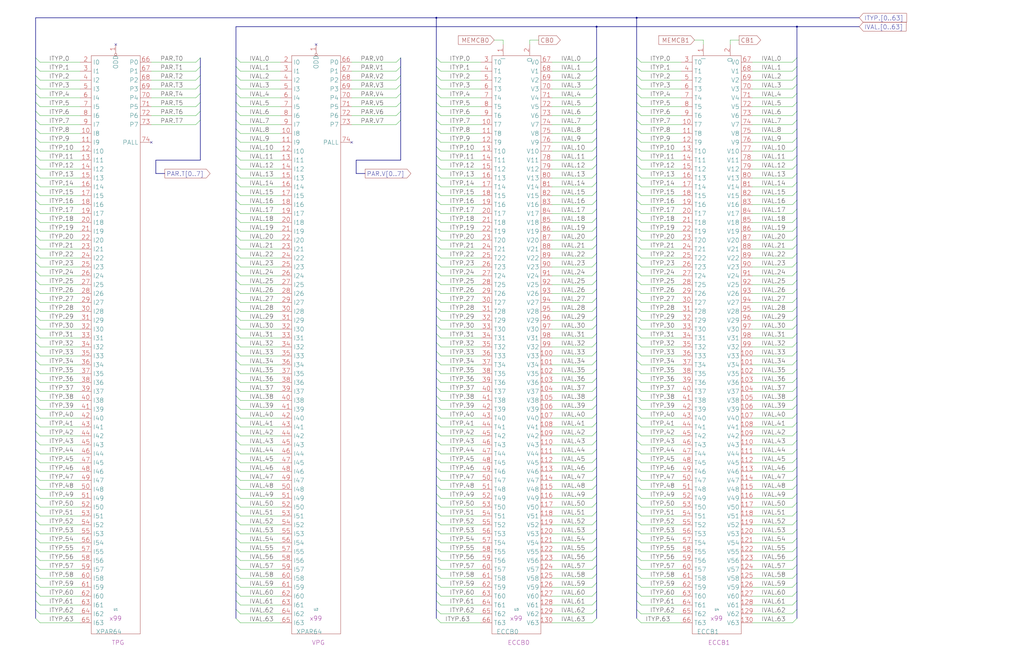
<source format=kicad_sch>
(kicad_sch (version 20230121) (generator eeschema)
  (paper "User" 584.2 378.46)
  (title_block (title "ERROR CHECKING & CORRECTION\\nCHECK BITS 0 & 1") (date "22-SEP-90") (rev "2.0") (comment 1 "IOC") (comment 2 "232-003061") (comment 3 "S400") (comment 4 "RELEASED"))
  (junction (at 363.22 10.16))
  (junction (at 248.92 10.16))
  (junction (at 340.36 15.24))
  (junction (at 454.66 15.24))
  (no_connect (at 86.36 81.28))
  (no_connect (at 66.04 25.4))
  (no_connect (at 180.34 25.4))
  (no_connect (at 200.66 81.28))
  (bus_entry (at 454.66 134.62) (size -2.54 2.54))
  (bus_entry (at 134.62 134.62) (size 2.54 2.54))
  (bus_entry (at 363.22 68.58) (size 2.54 2.54))
  (bus_entry (at 20.32 104.14) (size 2.54 2.54))
  (bus_entry (at 248.92 83.82) (size 2.54 2.54))
  (bus_entry (at 20.32 271.78) (size 2.54 2.54))
  (bus_entry (at 20.32 220.98) (size 2.54 2.54))
  (bus_entry (at 454.66 180.34) (size -2.54 2.54))
  (bus_entry (at 454.66 307.34) (size -2.54 2.54))
  (bus_entry (at 454.66 292.1) (size -2.54 2.54))
  (bus_entry (at 363.22 160.02) (size 2.54 2.54))
  (bus_entry (at 454.66 149.86) (size -2.54 2.54))
  (bus_entry (at 20.32 124.46) (size 2.54 2.54))
  (bus_entry (at 134.62 160.02) (size 2.54 2.54))
  (bus_entry (at 20.32 160.02) (size 2.54 2.54))
  (bus_entry (at 340.36 165.1) (size -2.54 2.54))
  (bus_entry (at 20.32 210.82) (size 2.54 2.54))
  (bus_entry (at 340.36 342.9) (size -2.54 2.54))
  (bus_entry (at 134.62 205.74) (size 2.54 2.54))
  (bus_entry (at 454.66 215.9) (size -2.54 2.54))
  (bus_entry (at 363.22 104.14) (size 2.54 2.54))
  (bus_entry (at 340.36 149.86) (size -2.54 2.54))
  (bus_entry (at 454.66 327.66) (size -2.54 2.54))
  (bus_entry (at 134.62 33.02) (size 2.54 2.54))
  (bus_entry (at 363.22 124.46) (size 2.54 2.54))
  (bus_entry (at 134.62 129.54) (size 2.54 2.54))
  (bus_entry (at 20.32 144.78) (size 2.54 2.54))
  (bus_entry (at 340.36 99.06) (size -2.54 2.54))
  (bus_entry (at 363.22 292.1) (size 2.54 2.54))
  (bus_entry (at 363.22 241.3) (size 2.54 2.54))
  (bus_entry (at 20.32 241.3) (size 2.54 2.54))
  (bus_entry (at 340.36 266.7) (size -2.54 2.54))
  (bus_entry (at 20.32 99.06) (size 2.54 2.54))
  (bus_entry (at 454.66 271.78) (size -2.54 2.54))
  (bus_entry (at 454.66 251.46) (size -2.54 2.54))
  (bus_entry (at 248.92 322.58) (size 2.54 2.54))
  (bus_entry (at 340.36 200.66) (size -2.54 2.54))
  (bus_entry (at 363.22 287.02) (size 2.54 2.54))
  (bus_entry (at 134.62 149.86) (size 2.54 2.54))
  (bus_entry (at 20.32 48.26) (size 2.54 2.54))
  (bus_entry (at 20.32 236.22) (size 2.54 2.54))
  (bus_entry (at 134.62 297.18) (size 2.54 2.54))
  (bus_entry (at 248.92 48.26) (size 2.54 2.54))
  (bus_entry (at 363.22 276.86) (size 2.54 2.54))
  (bus_entry (at 363.22 154.94) (size 2.54 2.54))
  (bus_entry (at 134.62 43.18) (size 2.54 2.54))
  (bus_entry (at 248.92 104.14) (size 2.54 2.54))
  (bus_entry (at 134.62 73.66) (size 2.54 2.54))
  (bus_entry (at 248.92 154.94) (size 2.54 2.54))
  (bus_entry (at 363.22 88.9) (size 2.54 2.54))
  (bus_entry (at 340.36 53.34) (size -2.54 2.54))
  (bus_entry (at 248.92 78.74) (size 2.54 2.54))
  (bus_entry (at 20.32 347.98) (size 2.54 2.54))
  (bus_entry (at 454.66 154.94) (size -2.54 2.54))
  (bus_entry (at 363.22 144.78) (size 2.54 2.54))
  (bus_entry (at 134.62 58.42) (size 2.54 2.54))
  (bus_entry (at 248.92 33.02) (size 2.54 2.54))
  (bus_entry (at 363.22 342.9) (size 2.54 2.54))
  (bus_entry (at 134.62 226.06) (size 2.54 2.54))
  (bus_entry (at 134.62 68.58) (size 2.54 2.54))
  (bus_entry (at 340.36 327.66) (size -2.54 2.54))
  (bus_entry (at 340.36 88.9) (size -2.54 2.54))
  (bus_entry (at 20.32 134.62) (size 2.54 2.54))
  (bus_entry (at 454.66 226.06) (size -2.54 2.54))
  (bus_entry (at 114.3 63.5) (size -2.54 2.54))
  (bus_entry (at 20.32 205.74) (size 2.54 2.54))
  (bus_entry (at 340.36 271.78) (size -2.54 2.54))
  (bus_entry (at 363.22 246.38) (size 2.54 2.54))
  (bus_entry (at 340.36 231.14) (size -2.54 2.54))
  (bus_entry (at 134.62 144.78) (size 2.54 2.54))
  (bus_entry (at 363.22 332.74) (size 2.54 2.54))
  (bus_entry (at 248.92 241.3) (size 2.54 2.54))
  (bus_entry (at 134.62 185.42) (size 2.54 2.54))
  (bus_entry (at 340.36 33.02) (size -2.54 2.54))
  (bus_entry (at 20.32 180.34) (size 2.54 2.54))
  (bus_entry (at 454.66 165.1) (size -2.54 2.54))
  (bus_entry (at 363.22 165.1) (size 2.54 2.54))
  (bus_entry (at 340.36 109.22) (size -2.54 2.54))
  (bus_entry (at 454.66 347.98) (size -2.54 2.54))
  (bus_entry (at 340.36 322.58) (size -2.54 2.54))
  (bus_entry (at 114.3 58.42) (size -2.54 2.54))
  (bus_entry (at 363.22 63.5) (size 2.54 2.54))
  (bus_entry (at 454.66 287.02) (size -2.54 2.54))
  (bus_entry (at 454.66 43.18) (size -2.54 2.54))
  (bus_entry (at 340.36 241.3) (size -2.54 2.54))
  (bus_entry (at 20.32 88.9) (size 2.54 2.54))
  (bus_entry (at 363.22 322.58) (size 2.54 2.54))
  (bus_entry (at 363.22 281.94) (size 2.54 2.54))
  (bus_entry (at 340.36 287.02) (size -2.54 2.54))
  (bus_entry (at 248.92 93.98) (size 2.54 2.54))
  (bus_entry (at 248.92 312.42) (size 2.54 2.54))
  (bus_entry (at 340.36 220.98) (size -2.54 2.54))
  (bus_entry (at 454.66 38.1) (size -2.54 2.54))
  (bus_entry (at 340.36 307.34) (size -2.54 2.54))
  (bus_entry (at 20.32 266.7) (size 2.54 2.54))
  (bus_entry (at 134.62 236.22) (size 2.54 2.54))
  (bus_entry (at 363.22 38.1) (size 2.54 2.54))
  (bus_entry (at 340.36 236.22) (size -2.54 2.54))
  (bus_entry (at 340.36 93.98) (size -2.54 2.54))
  (bus_entry (at 248.92 327.66) (size 2.54 2.54))
  (bus_entry (at 340.36 38.1) (size -2.54 2.54))
  (bus_entry (at 134.62 251.46) (size 2.54 2.54))
  (bus_entry (at 340.36 292.1) (size -2.54 2.54))
  (bus_entry (at 134.62 63.5) (size 2.54 2.54))
  (bus_entry (at 363.22 33.02) (size 2.54 2.54))
  (bus_entry (at 20.32 195.58) (size 2.54 2.54))
  (bus_entry (at 454.66 124.46) (size -2.54 2.54))
  (bus_entry (at 248.92 281.94) (size 2.54 2.54))
  (bus_entry (at 20.32 63.5) (size 2.54 2.54))
  (bus_entry (at 248.92 185.42) (size 2.54 2.54))
  (bus_entry (at 20.32 353.06) (size 2.54 2.54))
  (bus_entry (at 248.92 266.7) (size 2.54 2.54))
  (bus_entry (at 454.66 266.7) (size -2.54 2.54))
  (bus_entry (at 248.92 251.46) (size 2.54 2.54))
  (bus_entry (at 134.62 322.58) (size 2.54 2.54))
  (bus_entry (at 340.36 226.06) (size -2.54 2.54))
  (bus_entry (at 454.66 93.98) (size -2.54 2.54))
  (bus_entry (at 114.3 38.1) (size -2.54 2.54))
  (bus_entry (at 248.92 347.98) (size 2.54 2.54))
  (bus_entry (at 20.32 119.38) (size 2.54 2.54))
  (bus_entry (at 20.32 327.66) (size 2.54 2.54))
  (bus_entry (at 134.62 347.98) (size 2.54 2.54))
  (bus_entry (at 340.36 205.74) (size -2.54 2.54))
  (bus_entry (at 20.32 154.94) (size 2.54 2.54))
  (bus_entry (at 248.92 88.9) (size 2.54 2.54))
  (bus_entry (at 134.62 139.7) (size 2.54 2.54))
  (bus_entry (at 340.36 160.02) (size -2.54 2.54))
  (bus_entry (at 20.32 38.1) (size 2.54 2.54))
  (bus_entry (at 20.32 281.94) (size 2.54 2.54))
  (bus_entry (at 340.36 347.98) (size -2.54 2.54))
  (bus_entry (at 228.6 68.58) (size -2.54 2.54))
  (bus_entry (at 340.36 215.9) (size -2.54 2.54))
  (bus_entry (at 363.22 109.22) (size 2.54 2.54))
  (bus_entry (at 340.36 73.66) (size -2.54 2.54))
  (bus_entry (at 134.62 83.82) (size 2.54 2.54))
  (bus_entry (at 454.66 119.38) (size -2.54 2.54))
  (bus_entry (at 20.32 78.74) (size 2.54 2.54))
  (bus_entry (at 248.92 342.9) (size 2.54 2.54))
  (bus_entry (at 454.66 200.66) (size -2.54 2.54))
  (bus_entry (at 20.32 200.66) (size 2.54 2.54))
  (bus_entry (at 454.66 144.78) (size -2.54 2.54))
  (bus_entry (at 363.22 307.34) (size 2.54 2.54))
  (bus_entry (at 134.62 48.26) (size 2.54 2.54))
  (bus_entry (at 228.6 48.26) (size -2.54 2.54))
  (bus_entry (at 134.62 337.82) (size 2.54 2.54))
  (bus_entry (at 20.32 33.02) (size 2.54 2.54))
  (bus_entry (at 248.92 246.38) (size 2.54 2.54))
  (bus_entry (at 340.36 139.7) (size -2.54 2.54))
  (bus_entry (at 248.92 287.02) (size 2.54 2.54))
  (bus_entry (at 134.62 93.98) (size 2.54 2.54))
  (bus_entry (at 20.32 226.06) (size 2.54 2.54))
  (bus_entry (at 363.22 190.5) (size 2.54 2.54))
  (bus_entry (at 363.22 185.42) (size 2.54 2.54))
  (bus_entry (at 340.36 256.54) (size -2.54 2.54))
  (bus_entry (at 248.92 99.06) (size 2.54 2.54))
  (bus_entry (at 134.62 307.34) (size 2.54 2.54))
  (bus_entry (at 454.66 231.14) (size -2.54 2.54))
  (bus_entry (at 454.66 302.26) (size -2.54 2.54))
  (bus_entry (at 134.62 200.66) (size 2.54 2.54))
  (bus_entry (at 248.92 195.58) (size 2.54 2.54))
  (bus_entry (at 134.62 124.46) (size 2.54 2.54))
  (bus_entry (at 454.66 246.38) (size -2.54 2.54))
  (bus_entry (at 20.32 83.82) (size 2.54 2.54))
  (bus_entry (at 363.22 347.98) (size 2.54 2.54))
  (bus_entry (at 454.66 241.3) (size -2.54 2.54))
  (bus_entry (at 248.92 220.98) (size 2.54 2.54))
  (bus_entry (at 363.22 261.62) (size 2.54 2.54))
  (bus_entry (at 454.66 276.86) (size -2.54 2.54))
  (bus_entry (at 454.66 53.34) (size -2.54 2.54))
  (bus_entry (at 340.36 124.46) (size -2.54 2.54))
  (bus_entry (at 248.92 58.42) (size 2.54 2.54))
  (bus_entry (at 454.66 104.14) (size -2.54 2.54))
  (bus_entry (at 20.32 261.62) (size 2.54 2.54))
  (bus_entry (at 134.62 317.5) (size 2.54 2.54))
  (bus_entry (at 248.92 307.34) (size 2.54 2.54))
  (bus_entry (at 363.22 114.3) (size 2.54 2.54))
  (bus_entry (at 454.66 139.7) (size -2.54 2.54))
  (bus_entry (at 20.32 53.34) (size 2.54 2.54))
  (bus_entry (at 454.66 185.42) (size -2.54 2.54))
  (bus_entry (at 340.36 129.54) (size -2.54 2.54))
  (bus_entry (at 363.22 205.74) (size 2.54 2.54))
  (bus_entry (at 134.62 215.9) (size 2.54 2.54))
  (bus_entry (at 363.22 93.98) (size 2.54 2.54))
  (bus_entry (at 248.92 215.9) (size 2.54 2.54))
  (bus_entry (at 248.92 297.18) (size 2.54 2.54))
  (bus_entry (at 363.22 256.54) (size 2.54 2.54))
  (bus_entry (at 340.36 317.5) (size -2.54 2.54))
  (bus_entry (at 134.62 231.14) (size 2.54 2.54))
  (bus_entry (at 363.22 231.14) (size 2.54 2.54))
  (bus_entry (at 454.66 170.18) (size -2.54 2.54))
  (bus_entry (at 134.62 266.7) (size 2.54 2.54))
  (bus_entry (at 454.66 297.18) (size -2.54 2.54))
  (bus_entry (at 454.66 205.74) (size -2.54 2.54))
  (bus_entry (at 454.66 281.94) (size -2.54 2.54))
  (bus_entry (at 340.36 251.46) (size -2.54 2.54))
  (bus_entry (at 248.92 38.1) (size 2.54 2.54))
  (bus_entry (at 363.22 226.06) (size 2.54 2.54))
  (bus_entry (at 248.92 114.3) (size 2.54 2.54))
  (bus_entry (at 340.36 246.38) (size -2.54 2.54))
  (bus_entry (at 20.32 312.42) (size 2.54 2.54))
  (bus_entry (at 134.62 114.3) (size 2.54 2.54))
  (bus_entry (at 340.36 195.58) (size -2.54 2.54))
  (bus_entry (at 363.22 170.18) (size 2.54 2.54))
  (bus_entry (at 20.32 43.18) (size 2.54 2.54))
  (bus_entry (at 134.62 78.74) (size 2.54 2.54))
  (bus_entry (at 363.22 317.5) (size 2.54 2.54))
  (bus_entry (at 134.62 332.74) (size 2.54 2.54))
  (bus_entry (at 134.62 353.06) (size 2.54 2.54))
  (bus_entry (at 20.32 68.58) (size 2.54 2.54))
  (bus_entry (at 20.32 342.9) (size 2.54 2.54))
  (bus_entry (at 454.66 33.02) (size -2.54 2.54))
  (bus_entry (at 340.36 43.18) (size -2.54 2.54))
  (bus_entry (at 134.62 190.5) (size 2.54 2.54))
  (bus_entry (at 248.92 134.62) (size 2.54 2.54))
  (bus_entry (at 248.92 129.54) (size 2.54 2.54))
  (bus_entry (at 114.3 43.18) (size -2.54 2.54))
  (bus_entry (at 363.22 297.18) (size 2.54 2.54))
  (bus_entry (at 454.66 78.74) (size -2.54 2.54))
  (bus_entry (at 248.92 165.1) (size 2.54 2.54))
  (bus_entry (at 454.66 332.74) (size -2.54 2.54))
  (bus_entry (at 248.92 63.5) (size 2.54 2.54))
  (bus_entry (at 228.6 63.5) (size -2.54 2.54))
  (bus_entry (at 363.22 251.46) (size 2.54 2.54))
  (bus_entry (at 20.32 297.18) (size 2.54 2.54))
  (bus_entry (at 20.32 58.42) (size 2.54 2.54))
  (bus_entry (at 248.92 175.26) (size 2.54 2.54))
  (bus_entry (at 134.62 180.34) (size 2.54 2.54))
  (bus_entry (at 454.66 322.58) (size -2.54 2.54))
  (bus_entry (at 248.92 144.78) (size 2.54 2.54))
  (bus_entry (at 134.62 276.86) (size 2.54 2.54))
  (bus_entry (at 134.62 165.1) (size 2.54 2.54))
  (bus_entry (at 363.22 337.82) (size 2.54 2.54))
  (bus_entry (at 363.22 134.62) (size 2.54 2.54))
  (bus_entry (at 134.62 327.66) (size 2.54 2.54))
  (bus_entry (at 454.66 109.22) (size -2.54 2.54))
  (bus_entry (at 340.36 180.34) (size -2.54 2.54))
  (bus_entry (at 363.22 139.7) (size 2.54 2.54))
  (bus_entry (at 20.32 231.14) (size 2.54 2.54))
  (bus_entry (at 363.22 236.22) (size 2.54 2.54))
  (bus_entry (at 248.92 170.18) (size 2.54 2.54))
  (bus_entry (at 363.22 302.26) (size 2.54 2.54))
  (bus_entry (at 248.92 276.86) (size 2.54 2.54))
  (bus_entry (at 340.36 154.94) (size -2.54 2.54))
  (bus_entry (at 20.32 292.1) (size 2.54 2.54))
  (bus_entry (at 20.32 322.58) (size 2.54 2.54))
  (bus_entry (at 134.62 292.1) (size 2.54 2.54))
  (bus_entry (at 363.22 43.18) (size 2.54 2.54))
  (bus_entry (at 454.66 88.9) (size -2.54 2.54))
  (bus_entry (at 454.66 99.06) (size -2.54 2.54))
  (bus_entry (at 340.36 302.26) (size -2.54 2.54))
  (bus_entry (at 20.32 276.86) (size 2.54 2.54))
  (bus_entry (at 363.22 210.82) (size 2.54 2.54))
  (bus_entry (at 454.66 210.82) (size -2.54 2.54))
  (bus_entry (at 248.92 332.74) (size 2.54 2.54))
  (bus_entry (at 363.22 78.74) (size 2.54 2.54))
  (bus_entry (at 134.62 109.22) (size 2.54 2.54))
  (bus_entry (at 340.36 170.18) (size -2.54 2.54))
  (bus_entry (at 20.32 337.82) (size 2.54 2.54))
  (bus_entry (at 20.32 139.7) (size 2.54 2.54))
  (bus_entry (at 454.66 63.5) (size -2.54 2.54))
  (bus_entry (at 20.32 170.18) (size 2.54 2.54))
  (bus_entry (at 454.66 256.54) (size -2.54 2.54))
  (bus_entry (at 134.62 261.62) (size 2.54 2.54))
  (bus_entry (at 248.92 271.78) (size 2.54 2.54))
  (bus_entry (at 454.66 114.3) (size -2.54 2.54))
  (bus_entry (at 454.66 190.5) (size -2.54 2.54))
  (bus_entry (at 340.36 78.74) (size -2.54 2.54))
  (bus_entry (at 248.92 231.14) (size 2.54 2.54))
  (bus_entry (at 340.36 281.94) (size -2.54 2.54))
  (bus_entry (at 248.92 205.74) (size 2.54 2.54))
  (bus_entry (at 340.36 119.38) (size -2.54 2.54))
  (bus_entry (at 454.66 236.22) (size -2.54 2.54))
  (bus_entry (at 20.32 251.46) (size 2.54 2.54))
  (bus_entry (at 363.22 73.66) (size 2.54 2.54))
  (bus_entry (at 363.22 58.42) (size 2.54 2.54))
  (bus_entry (at 454.66 175.26) (size -2.54 2.54))
  (bus_entry (at 134.62 256.54) (size 2.54 2.54))
  (bus_entry (at 454.66 83.82) (size -2.54 2.54))
  (bus_entry (at 20.32 307.34) (size 2.54 2.54))
  (bus_entry (at 340.36 210.82) (size -2.54 2.54))
  (bus_entry (at 248.92 180.34) (size 2.54 2.54))
  (bus_entry (at 363.22 327.66) (size 2.54 2.54))
  (bus_entry (at 340.36 144.78) (size -2.54 2.54))
  (bus_entry (at 340.36 68.58) (size -2.54 2.54))
  (bus_entry (at 20.32 332.74) (size 2.54 2.54))
  (bus_entry (at 248.92 149.86) (size 2.54 2.54))
  (bus_entry (at 248.92 292.1) (size 2.54 2.54))
  (bus_entry (at 363.22 220.98) (size 2.54 2.54))
  (bus_entry (at 134.62 302.26) (size 2.54 2.54))
  (bus_entry (at 454.66 160.02) (size -2.54 2.54))
  (bus_entry (at 454.66 48.26) (size -2.54 2.54))
  (bus_entry (at 114.3 68.58) (size -2.54 2.54))
  (bus_entry (at 454.66 58.42) (size -2.54 2.54))
  (bus_entry (at 248.92 109.22) (size 2.54 2.54))
  (bus_entry (at 454.66 337.82) (size -2.54 2.54))
  (bus_entry (at 134.62 154.94) (size 2.54 2.54))
  (bus_entry (at 248.92 226.06) (size 2.54 2.54))
  (bus_entry (at 134.62 312.42) (size 2.54 2.54))
  (bus_entry (at 340.36 337.82) (size -2.54 2.54))
  (bus_entry (at 20.32 256.54) (size 2.54 2.54))
  (bus_entry (at 134.62 104.14) (size 2.54 2.54))
  (bus_entry (at 340.36 312.42) (size -2.54 2.54))
  (bus_entry (at 20.32 302.26) (size 2.54 2.54))
  (bus_entry (at 248.92 160.02) (size 2.54 2.54))
  (bus_entry (at 134.62 88.9) (size 2.54 2.54))
  (bus_entry (at 20.32 190.5) (size 2.54 2.54))
  (bus_entry (at 454.66 317.5) (size -2.54 2.54))
  (bus_entry (at 134.62 281.94) (size 2.54 2.54))
  (bus_entry (at 248.92 261.62) (size 2.54 2.54))
  (bus_entry (at 363.22 53.34) (size 2.54 2.54))
  (bus_entry (at 134.62 246.38) (size 2.54 2.54))
  (bus_entry (at 363.22 271.78) (size 2.54 2.54))
  (bus_entry (at 114.3 48.26) (size -2.54 2.54))
  (bus_entry (at 20.32 114.3) (size 2.54 2.54))
  (bus_entry (at 363.22 353.06) (size 2.54 2.54))
  (bus_entry (at 454.66 353.06) (size -2.54 2.54))
  (bus_entry (at 363.22 129.54) (size 2.54 2.54))
  (bus_entry (at 340.36 190.5) (size -2.54 2.54))
  (bus_entry (at 248.92 317.5) (size 2.54 2.54))
  (bus_entry (at 363.22 48.26) (size 2.54 2.54))
  (bus_entry (at 134.62 271.78) (size 2.54 2.54))
  (bus_entry (at 363.22 312.42) (size 2.54 2.54))
  (bus_entry (at 248.92 124.46) (size 2.54 2.54))
  (bus_entry (at 20.32 109.22) (size 2.54 2.54))
  (bus_entry (at 340.36 297.18) (size -2.54 2.54))
  (bus_entry (at 363.22 99.06) (size 2.54 2.54))
  (bus_entry (at 134.62 119.38) (size 2.54 2.54))
  (bus_entry (at 20.32 73.66) (size 2.54 2.54))
  (bus_entry (at 248.92 73.66) (size 2.54 2.54))
  (bus_entry (at 228.6 33.02) (size -2.54 2.54))
  (bus_entry (at 134.62 99.06) (size 2.54 2.54))
  (bus_entry (at 228.6 53.34) (size -2.54 2.54))
  (bus_entry (at 454.66 312.42) (size -2.54 2.54))
  (bus_entry (at 248.92 256.54) (size 2.54 2.54))
  (bus_entry (at 340.36 134.62) (size -2.54 2.54))
  (bus_entry (at 248.92 302.26) (size 2.54 2.54))
  (bus_entry (at 20.32 93.98) (size 2.54 2.54))
  (bus_entry (at 340.36 276.86) (size -2.54 2.54))
  (bus_entry (at 114.3 33.02) (size -2.54 2.54))
  (bus_entry (at 134.62 342.9) (size 2.54 2.54))
  (bus_entry (at 248.92 200.66) (size 2.54 2.54))
  (bus_entry (at 454.66 261.62) (size -2.54 2.54))
  (bus_entry (at 248.92 68.58) (size 2.54 2.54))
  (bus_entry (at 20.32 287.02) (size 2.54 2.54))
  (bus_entry (at 340.36 175.26) (size -2.54 2.54))
  (bus_entry (at 363.22 200.66) (size 2.54 2.54))
  (bus_entry (at 340.36 114.3) (size -2.54 2.54))
  (bus_entry (at 248.92 210.82) (size 2.54 2.54))
  (bus_entry (at 134.62 38.1) (size 2.54 2.54))
  (bus_entry (at 454.66 195.58) (size -2.54 2.54))
  (bus_entry (at 134.62 53.34) (size 2.54 2.54))
  (bus_entry (at 340.36 261.62) (size -2.54 2.54))
  (bus_entry (at 454.66 73.66) (size -2.54 2.54))
  (bus_entry (at 134.62 220.98) (size 2.54 2.54))
  (bus_entry (at 20.32 215.9) (size 2.54 2.54))
  (bus_entry (at 248.92 139.7) (size 2.54 2.54))
  (bus_entry (at 363.22 149.86) (size 2.54 2.54))
  (bus_entry (at 134.62 210.82) (size 2.54 2.54))
  (bus_entry (at 340.36 353.06) (size -2.54 2.54))
  (bus_entry (at 134.62 175.26) (size 2.54 2.54))
  (bus_entry (at 20.32 149.86) (size 2.54 2.54))
  (bus_entry (at 340.36 104.14) (size -2.54 2.54))
  (bus_entry (at 363.22 119.38) (size 2.54 2.54))
  (bus_entry (at 20.32 246.38) (size 2.54 2.54))
  (bus_entry (at 454.66 129.54) (size -2.54 2.54))
  (bus_entry (at 248.92 53.34) (size 2.54 2.54))
  (bus_entry (at 20.32 165.1) (size 2.54 2.54))
  (bus_entry (at 20.32 317.5) (size 2.54 2.54))
  (bus_entry (at 20.32 175.26) (size 2.54 2.54))
  (bus_entry (at 248.92 119.38) (size 2.54 2.54))
  (bus_entry (at 454.66 68.58) (size -2.54 2.54))
  (bus_entry (at 20.32 129.54) (size 2.54 2.54))
  (bus_entry (at 363.22 83.82) (size 2.54 2.54))
  (bus_entry (at 134.62 287.02) (size 2.54 2.54))
  (bus_entry (at 248.92 236.22) (size 2.54 2.54))
  (bus_entry (at 363.22 215.9) (size 2.54 2.54))
  (bus_entry (at 454.66 220.98) (size -2.54 2.54))
  (bus_entry (at 340.36 332.74) (size -2.54 2.54))
  (bus_entry (at 340.36 63.5) (size -2.54 2.54))
  (bus_entry (at 228.6 58.42) (size -2.54 2.54))
  (bus_entry (at 340.36 48.26) (size -2.54 2.54))
  (bus_entry (at 363.22 180.34) (size 2.54 2.54))
  (bus_entry (at 363.22 195.58) (size 2.54 2.54))
  (bus_entry (at 134.62 195.58) (size 2.54 2.54))
  (bus_entry (at 340.36 58.42) (size -2.54 2.54))
  (bus_entry (at 114.3 53.34) (size -2.54 2.54))
  (bus_entry (at 340.36 185.42) (size -2.54 2.54))
  (bus_entry (at 340.36 83.82) (size -2.54 2.54))
  (bus_entry (at 248.92 337.82) (size 2.54 2.54))
  (bus_entry (at 454.66 342.9) (size -2.54 2.54))
  (bus_entry (at 248.92 43.18) (size 2.54 2.54))
  (bus_entry (at 134.62 241.3) (size 2.54 2.54))
  (bus_entry (at 363.22 266.7) (size 2.54 2.54))
  (bus_entry (at 20.32 185.42) (size 2.54 2.54))
  (bus_entry (at 228.6 43.18) (size -2.54 2.54))
  (bus_entry (at 248.92 353.06) (size 2.54 2.54))
  (bus_entry (at 248.92 190.5) (size 2.54 2.54))
  (bus_entry (at 228.6 38.1) (size -2.54 2.54))
  (bus_entry (at 363.22 175.26) (size 2.54 2.54))
  (bus_entry (at 134.62 170.18) (size 2.54 2.54))
  (wire (pts (xy 251.46 294.64) (xy 274.32 294.64)))
  (bus (pts (xy 248.92 58.42) (xy 248.92 63.5)))
  (wire (pts (xy 452.12 304.8) (xy 429.26 304.8)))
  (wire (pts (xy 337.82 40.64) (xy 314.96 40.64)))
  (wire (pts (xy 137.16 142.24) (xy 160.02 142.24)))
  (bus (pts (xy 134.62 307.34) (xy 134.62 312.42)))
  (bus (pts (xy 248.92 307.34) (xy 248.92 312.42)))
  (bus (pts (xy 228.6 63.5) (xy 228.6 58.42)))
  (wire (pts (xy 251.46 330.2) (xy 274.32 330.2)))
  (wire (pts (xy 452.12 187.96) (xy 429.26 187.96)))
  (bus (pts (xy 248.92 99.06) (xy 248.92 104.14)))
  (bus (pts (xy 20.32 170.18) (xy 20.32 175.26)))
  (bus (pts (xy 454.66 342.9) (xy 454.66 347.98)))
  (wire (pts (xy 137.16 320.04) (xy 160.02 320.04)))
  (bus (pts (xy 134.62 124.46) (xy 134.62 129.54)))
  (bus (pts (xy 340.36 205.74) (xy 340.36 210.82)))
  (bus (pts (xy 20.32 63.5) (xy 20.32 68.58)))
  (bus (pts (xy 134.62 317.5) (xy 134.62 322.58)))
  (bus (pts (xy 20.32 83.82) (xy 20.32 88.9)))
  (wire (pts (xy 337.82 269.24) (xy 314.96 269.24)))
  (bus (pts (xy 454.66 322.58) (xy 454.66 327.66)))
  (wire (pts (xy 22.86 304.8) (xy 45.72 304.8)))
  (wire (pts (xy 337.82 60.96) (xy 314.96 60.96)))
  (wire (pts (xy 452.12 218.44) (xy 429.26 218.44)))
  (wire (pts (xy 251.46 66.04) (xy 274.32 66.04)))
  (wire (pts (xy 365.76 254) (xy 388.62 254)))
  (wire (pts (xy 452.12 264.16) (xy 429.26 264.16)))
  (bus (pts (xy 363.22 114.3) (xy 363.22 119.38)))
  (wire (pts (xy 251.46 254) (xy 274.32 254)))
  (bus (pts (xy 248.92 33.02) (xy 248.92 38.1)))
  (bus (pts (xy 134.62 129.54) (xy 134.62 134.62)))
  (wire (pts (xy 251.46 182.88) (xy 274.32 182.88)))
  (wire (pts (xy 337.82 218.44) (xy 314.96 218.44)))
  (bus (pts (xy 363.22 322.58) (xy 363.22 327.66)))
  (bus (pts (xy 454.66 281.94) (xy 454.66 287.02)))
  (wire (pts (xy 22.86 76.2) (xy 45.72 76.2)))
  (bus (pts (xy 134.62 236.22) (xy 134.62 241.3)))
  (wire (pts (xy 22.86 314.96) (xy 45.72 314.96)))
  (bus (pts (xy 114.3 91.44) (xy 114.3 68.58)))
  (bus (pts (xy 340.36 347.98) (xy 340.36 353.06)))
  (wire (pts (xy 22.86 142.24) (xy 45.72 142.24)))
  (bus (pts (xy 363.22 88.9) (xy 363.22 93.98)))
  (wire (pts (xy 22.86 320.04) (xy 45.72 320.04)))
  (bus (pts (xy 20.32 317.5) (xy 20.32 322.58)))
  (wire (pts (xy 452.12 45.72) (xy 429.26 45.72)))
  (bus (pts (xy 363.22 149.86) (xy 363.22 154.94)))
  (wire (pts (xy 22.86 35.56) (xy 45.72 35.56)))
  (wire (pts (xy 251.46 162.56) (xy 274.32 162.56)))
  (bus (pts (xy 340.36 144.78) (xy 340.36 149.86)))
  (wire (pts (xy 365.76 213.36) (xy 388.62 213.36)))
  (bus (pts (xy 363.22 195.58) (xy 363.22 200.66)))
  (bus (pts (xy 20.32 236.22) (xy 20.32 241.3)))
  (wire (pts (xy 365.76 330.2) (xy 388.62 330.2)))
  (wire (pts (xy 22.86 187.96) (xy 45.72 187.96)))
  (bus (pts (xy 363.22 185.42) (xy 363.22 190.5)))
  (bus (pts (xy 88.9 91.44) (xy 114.3 91.44)))
  (bus (pts (xy 20.32 58.42) (xy 20.32 63.5)))
  (bus (pts (xy 248.92 342.9) (xy 248.92 347.98)))
  (bus (pts (xy 340.36 165.1) (xy 340.36 170.18)))
  (bus (pts (xy 134.62 58.42) (xy 134.62 63.5)))
  (wire (pts (xy 22.86 101.6) (xy 45.72 101.6)))
  (wire (pts (xy 137.16 233.68) (xy 160.02 233.68)))
  (wire (pts (xy 251.46 248.92) (xy 274.32 248.92)))
  (bus (pts (xy 454.66 185.42) (xy 454.66 190.5)))
  (bus (pts (xy 490.22 10.16) (xy 363.22 10.16)))
  (bus (pts (xy 248.92 160.02) (xy 248.92 165.1)))
  (wire (pts (xy 22.86 309.88) (xy 45.72 309.88)))
  (wire (pts (xy 365.76 96.52) (xy 388.62 96.52)))
  (bus (pts (xy 248.92 287.02) (xy 248.92 292.1)))
  (wire (pts (xy 365.76 71.12) (xy 388.62 71.12)))
  (bus (pts (xy 248.92 261.62) (xy 248.92 266.7)))
  (bus (pts (xy 134.62 109.22) (xy 134.62 114.3)))
  (bus (pts (xy 363.22 312.42) (xy 363.22 317.5)))
  (bus (pts (xy 134.62 83.82) (xy 134.62 88.9)))
  (wire (pts (xy 22.86 60.96) (xy 45.72 60.96)))
  (wire (pts (xy 86.36 50.8) (xy 111.76 50.8)))
  (wire (pts (xy 137.16 121.92) (xy 160.02 121.92)))
  (bus (pts (xy 134.62 73.66) (xy 134.62 78.74)))
  (bus (pts (xy 20.32 215.9) (xy 20.32 220.98)))
  (bus (pts (xy 340.36 78.74) (xy 340.36 83.82)))
  (wire (pts (xy 452.12 228.6) (xy 429.26 228.6)))
  (wire (pts (xy 337.82 187.96) (xy 314.96 187.96)))
  (wire (pts (xy 452.12 355.6) (xy 429.26 355.6)))
  (bus (pts (xy 248.92 190.5) (xy 248.92 195.58)))
  (wire (pts (xy 337.82 248.92) (xy 314.96 248.92)))
  (wire (pts (xy 365.76 147.32) (xy 388.62 147.32)))
  (bus (pts (xy 134.62 220.98) (xy 134.62 226.06)))
  (bus (pts (xy 454.66 78.74) (xy 454.66 83.82)))
  (bus (pts (xy 340.36 292.1) (xy 340.36 297.18)))
  (bus (pts (xy 363.22 78.74) (xy 363.22 83.82)))
  (wire (pts (xy 452.12 106.68) (xy 429.26 106.68)))
  (wire (pts (xy 365.76 248.92) (xy 388.62 248.92)))
  (wire (pts (xy 251.46 198.12) (xy 274.32 198.12)))
  (bus (pts (xy 340.36 58.42) (xy 340.36 63.5)))
  (wire (pts (xy 251.46 259.08) (xy 274.32 259.08)))
  (bus (pts (xy 340.36 302.26) (xy 340.36 307.34)))
  (bus (pts (xy 340.36 93.98) (xy 340.36 99.06)))
  (bus (pts (xy 248.92 236.22) (xy 248.92 241.3)))
  (bus (pts (xy 340.36 109.22) (xy 340.36 114.3)))
  (bus (pts (xy 454.66 43.18) (xy 454.66 48.26)))
  (wire (pts (xy 365.76 187.96) (xy 388.62 187.96)))
  (bus (pts (xy 363.22 83.82) (xy 363.22 88.9)))
  (bus (pts (xy 248.92 180.34) (xy 248.92 185.42)))
  (bus (pts (xy 363.22 10.16) (xy 363.22 33.02)))
  (wire (pts (xy 251.46 309.88) (xy 274.32 309.88)))
  (bus (pts (xy 340.36 307.34) (xy 340.36 312.42)))
  (wire (pts (xy 452.12 40.64) (xy 429.26 40.64)))
  (wire (pts (xy 365.76 228.6) (xy 388.62 228.6)))
  (bus (pts (xy 134.62 297.18) (xy 134.62 302.26)))
  (bus (pts (xy 454.66 124.46) (xy 454.66 129.54)))
  (wire (pts (xy 22.86 340.36) (xy 45.72 340.36)))
  (bus (pts (xy 363.22 236.22) (xy 363.22 241.3)))
  (wire (pts (xy 22.86 50.8) (xy 45.72 50.8)))
  (wire (pts (xy 365.76 238.76) (xy 388.62 238.76)))
  (wire (pts (xy 421.64 22.86) (xy 416.56 22.86)))
  (wire (pts (xy 365.76 294.64) (xy 388.62 294.64)))
  (wire (pts (xy 365.76 127) (xy 388.62 127)))
  (bus (pts (xy 340.36 266.7) (xy 340.36 271.78)))
  (wire (pts (xy 251.46 350.52) (xy 274.32 350.52)))
  (bus (pts (xy 363.22 347.98) (xy 363.22 353.06)))
  (bus (pts (xy 114.3 48.26) (xy 114.3 43.18)))
  (bus (pts (xy 454.66 88.9) (xy 454.66 93.98)))
  (wire (pts (xy 337.82 289.56) (xy 314.96 289.56)))
  (wire (pts (xy 137.16 325.12) (xy 160.02 325.12)))
  (bus (pts (xy 134.62 195.58) (xy 134.62 200.66)))
  (wire (pts (xy 365.76 299.72) (xy 388.62 299.72)))
  (wire (pts (xy 251.46 203.2) (xy 274.32 203.2)))
  (bus (pts (xy 248.92 170.18) (xy 248.92 175.26)))
  (wire (pts (xy 452.12 193.04) (xy 429.26 193.04)))
  (wire (pts (xy 251.46 213.36) (xy 274.32 213.36)))
  (wire (pts (xy 137.16 182.88) (xy 160.02 182.88)))
  (wire (pts (xy 137.16 228.6) (xy 160.02 228.6)))
  (bus (pts (xy 134.62 114.3) (xy 134.62 119.38)))
  (bus (pts (xy 363.22 215.9) (xy 363.22 220.98)))
  (wire (pts (xy 251.46 172.72) (xy 274.32 172.72)))
  (bus (pts (xy 20.32 281.94) (xy 20.32 287.02)))
  (bus (pts (xy 340.36 68.58) (xy 340.36 73.66)))
  (wire (pts (xy 337.82 330.2) (xy 314.96 330.2)))
  (wire (pts (xy 22.86 66.04) (xy 45.72 66.04)))
  (bus (pts (xy 363.22 297.18) (xy 363.22 302.26)))
  (wire (pts (xy 281.94 22.86) (xy 287.02 22.86)))
  (bus (pts (xy 340.36 256.54) (xy 340.36 261.62)))
  (wire (pts (xy 251.46 40.64) (xy 274.32 40.64)))
  (bus (pts (xy 228.6 68.58) (xy 228.6 63.5)))
  (wire (pts (xy 337.82 71.12) (xy 314.96 71.12)))
  (bus (pts (xy 134.62 281.94) (xy 134.62 287.02)))
  (bus (pts (xy 20.32 73.66) (xy 20.32 78.74)))
  (bus (pts (xy 454.66 302.26) (xy 454.66 307.34)))
  (wire (pts (xy 452.12 132.08) (xy 429.26 132.08)))
  (wire (pts (xy 22.86 243.84) (xy 45.72 243.84)))
  (bus (pts (xy 248.92 48.26) (xy 248.92 53.34)))
  (wire (pts (xy 452.12 284.48) (xy 429.26 284.48)))
  (bus (pts (xy 248.92 78.74) (xy 248.92 83.82)))
  (wire (pts (xy 251.46 218.44) (xy 274.32 218.44)))
  (wire (pts (xy 137.16 238.76) (xy 160.02 238.76)))
  (bus (pts (xy 134.62 287.02) (xy 134.62 292.1)))
  (bus (pts (xy 248.92 302.26) (xy 248.92 307.34)))
  (bus (pts (xy 248.92 200.66) (xy 248.92 205.74)))
  (bus (pts (xy 454.66 114.3) (xy 454.66 119.38)))
  (wire (pts (xy 337.82 132.08) (xy 314.96 132.08)))
  (wire (pts (xy 337.82 198.12) (xy 314.96 198.12)))
  (bus (pts (xy 340.36 210.82) (xy 340.36 215.9)))
  (wire (pts (xy 452.12 66.04) (xy 429.26 66.04)))
  (wire (pts (xy 337.82 182.88) (xy 314.96 182.88)))
  (wire (pts (xy 251.46 274.32) (xy 274.32 274.32)))
  (wire (pts (xy 452.12 325.12) (xy 429.26 325.12)))
  (bus (pts (xy 134.62 231.14) (xy 134.62 236.22)))
  (bus (pts (xy 363.22 317.5) (xy 363.22 322.58)))
  (bus (pts (xy 228.6 38.1) (xy 228.6 33.02)))
  (bus (pts (xy 248.92 205.74) (xy 248.92 210.82)))
  (bus (pts (xy 454.66 38.1) (xy 454.66 43.18)))
  (wire (pts (xy 22.86 350.52) (xy 45.72 350.52)))
  (wire (pts (xy 22.86 127) (xy 45.72 127)))
  (wire (pts (xy 251.46 167.64) (xy 274.32 167.64)))
  (wire (pts (xy 365.76 233.68) (xy 388.62 233.68)))
  (bus (pts (xy 20.32 287.02) (xy 20.32 292.1)))
  (wire (pts (xy 365.76 45.72) (xy 388.62 45.72)))
  (wire (pts (xy 137.16 289.56) (xy 160.02 289.56)))
  (wire (pts (xy 251.46 228.6) (xy 274.32 228.6)))
  (bus (pts (xy 248.92 38.1) (xy 248.92 43.18)))
  (bus (pts (xy 134.62 271.78) (xy 134.62 276.86)))
  (bus (pts (xy 228.6 48.26) (xy 228.6 43.18)))
  (wire (pts (xy 137.16 187.96) (xy 160.02 187.96)))
  (wire (pts (xy 22.86 147.32) (xy 45.72 147.32)))
  (wire (pts (xy 251.46 132.08) (xy 274.32 132.08)))
  (wire (pts (xy 137.16 127) (xy 160.02 127)))
  (wire (pts (xy 22.86 208.28) (xy 45.72 208.28)))
  (wire (pts (xy 452.12 243.84) (xy 429.26 243.84)))
  (wire (pts (xy 251.46 238.76) (xy 274.32 238.76)))
  (wire (pts (xy 365.76 243.84) (xy 388.62 243.84)))
  (wire (pts (xy 337.82 274.32) (xy 314.96 274.32)))
  (bus (pts (xy 20.32 220.98) (xy 20.32 226.06)))
  (wire (pts (xy 452.12 177.8) (xy 429.26 177.8)))
  (wire (pts (xy 137.16 50.8) (xy 160.02 50.8)))
  (wire (pts (xy 337.82 106.68) (xy 314.96 106.68)))
  (wire (pts (xy 251.46 116.84) (xy 274.32 116.84)))
  (bus (pts (xy 454.66 15.24) (xy 454.66 33.02)))
  (bus (pts (xy 248.92 114.3) (xy 248.92 119.38)))
  (wire (pts (xy 452.12 208.28) (xy 429.26 208.28)))
  (wire (pts (xy 22.86 345.44) (xy 45.72 345.44)))
  (wire (pts (xy 22.86 167.64) (xy 45.72 167.64)))
  (bus (pts (xy 248.92 88.9) (xy 248.92 93.98)))
  (bus (pts (xy 454.66 287.02) (xy 454.66 292.1)))
  (wire (pts (xy 337.82 238.76) (xy 314.96 238.76)))
  (wire (pts (xy 337.82 76.2) (xy 314.96 76.2)))
  (bus (pts (xy 454.66 307.34) (xy 454.66 312.42)))
  (bus (pts (xy 340.36 215.9) (xy 340.36 220.98)))
  (wire (pts (xy 337.82 304.8) (xy 314.96 304.8)))
  (wire (pts (xy 251.46 335.28) (xy 274.32 335.28)))
  (bus (pts (xy 340.36 48.26) (xy 340.36 53.34)))
  (bus (pts (xy 134.62 205.74) (xy 134.62 210.82)))
  (wire (pts (xy 137.16 345.44) (xy 160.02 345.44)))
  (wire (pts (xy 22.86 182.88) (xy 45.72 182.88)))
  (bus (pts (xy 340.36 15.24) (xy 340.36 33.02)))
  (wire (pts (xy 365.76 218.44) (xy 388.62 218.44)))
  (bus (pts (xy 20.32 190.5) (xy 20.32 195.58)))
  (wire (pts (xy 337.82 127) (xy 314.96 127)))
  (wire (pts (xy 337.82 243.84) (xy 314.96 243.84)))
  (bus (pts (xy 340.36 160.02) (xy 340.36 165.1)))
  (bus (pts (xy 20.32 43.18) (xy 20.32 48.26)))
  (wire (pts (xy 251.46 60.96) (xy 274.32 60.96)))
  (wire (pts (xy 251.46 345.44) (xy 274.32 345.44)))
  (bus (pts (xy 134.62 119.38) (xy 134.62 124.46)))
  (bus (pts (xy 340.36 246.38) (xy 340.36 251.46)))
  (bus (pts (xy 363.22 292.1) (xy 363.22 297.18)))
  (bus (pts (xy 340.36 342.9) (xy 340.36 347.98)))
  (wire (pts (xy 200.66 60.96) (xy 226.06 60.96)))
  (bus (pts (xy 20.32 10.16) (xy 248.92 10.16)))
  (wire (pts (xy 22.86 162.56) (xy 45.72 162.56)))
  (wire (pts (xy 337.82 284.48) (xy 314.96 284.48)))
  (wire (pts (xy 137.16 340.36) (xy 160.02 340.36)))
  (wire (pts (xy 22.86 86.36) (xy 45.72 86.36)))
  (wire (pts (xy 337.82 309.88) (xy 314.96 309.88)))
  (bus (pts (xy 134.62 175.26) (xy 134.62 180.34)))
  (bus (pts (xy 340.36 53.34) (xy 340.36 58.42)))
  (wire (pts (xy 365.76 350.52) (xy 388.62 350.52)))
  (wire (pts (xy 365.76 60.96) (xy 388.62 60.96)))
  (bus (pts (xy 20.32 246.38) (xy 20.32 251.46)))
  (wire (pts (xy 365.76 162.56) (xy 388.62 162.56)))
  (wire (pts (xy 251.46 355.6) (xy 274.32 355.6)))
  (wire (pts (xy 452.12 152.4) (xy 429.26 152.4)))
  (wire (pts (xy 452.12 55.88) (xy 429.26 55.88)))
  (bus (pts (xy 363.22 109.22) (xy 363.22 114.3)))
  (wire (pts (xy 337.82 66.04) (xy 314.96 66.04)))
  (bus (pts (xy 20.32 38.1) (xy 20.32 43.18)))
  (wire (pts (xy 452.12 137.16) (xy 429.26 137.16)))
  (wire (pts (xy 22.86 218.44) (xy 45.72 218.44)))
  (wire (pts (xy 337.82 345.44) (xy 314.96 345.44)))
  (wire (pts (xy 452.12 101.6) (xy 429.26 101.6)))
  (bus (pts (xy 114.3 38.1) (xy 114.3 33.02)))
  (bus (pts (xy 363.22 63.5) (xy 363.22 68.58)))
  (wire (pts (xy 452.12 182.88) (xy 429.26 182.88)))
  (bus (pts (xy 454.66 220.98) (xy 454.66 226.06)))
  (bus (pts (xy 20.32 78.74) (xy 20.32 83.82)))
  (wire (pts (xy 302.26 22.86) (xy 302.26 25.4)))
  (wire (pts (xy 337.82 259.08) (xy 314.96 259.08)))
  (bus (pts (xy 340.36 185.42) (xy 340.36 190.5)))
  (wire (pts (xy 86.36 55.88) (xy 111.76 55.88)))
  (wire (pts (xy 251.46 86.36) (xy 274.32 86.36)))
  (wire (pts (xy 365.76 40.64) (xy 388.62 40.64)))
  (bus (pts (xy 248.92 149.86) (xy 248.92 154.94)))
  (wire (pts (xy 251.46 233.68) (xy 274.32 233.68)))
  (wire (pts (xy 396.24 22.86) (xy 401.32 22.86)))
  (bus (pts (xy 248.92 53.34) (xy 248.92 58.42)))
  (bus (pts (xy 20.32 165.1) (xy 20.32 170.18)))
  (wire (pts (xy 251.46 320.04) (xy 274.32 320.04)))
  (wire (pts (xy 365.76 182.88) (xy 388.62 182.88)))
  (wire (pts (xy 365.76 335.28) (xy 388.62 335.28)))
  (wire (pts (xy 137.16 314.96) (xy 160.02 314.96)))
  (wire (pts (xy 337.82 172.72) (xy 314.96 172.72)))
  (bus (pts (xy 363.22 327.66) (xy 363.22 332.74)))
  (wire (pts (xy 251.46 121.92) (xy 274.32 121.92)))
  (wire (pts (xy 365.76 314.96) (xy 388.62 314.96)))
  (wire (pts (xy 365.76 177.8) (xy 388.62 177.8)))
  (bus (pts (xy 134.62 185.42) (xy 134.62 190.5)))
  (wire (pts (xy 365.76 345.44) (xy 388.62 345.44)))
  (bus (pts (xy 134.62 99.06) (xy 134.62 104.14)))
  (wire (pts (xy 365.76 325.12) (xy 388.62 325.12)))
  (bus (pts (xy 134.62 276.86) (xy 134.62 281.94)))
  (wire (pts (xy 86.36 40.64) (xy 111.76 40.64)))
  (wire (pts (xy 365.76 132.08) (xy 388.62 132.08)))
  (bus (pts (xy 363.22 307.34) (xy 363.22 312.42)))
  (bus (pts (xy 248.92 154.94) (xy 248.92 160.02)))
  (bus (pts (xy 454.66 261.62) (xy 454.66 266.7)))
  (bus (pts (xy 134.62 104.14) (xy 134.62 109.22)))
  (wire (pts (xy 137.16 40.64) (xy 160.02 40.64)))
  (bus (pts (xy 20.32 180.34) (xy 20.32 185.42)))
  (bus (pts (xy 248.92 332.74) (xy 248.92 337.82)))
  (bus (pts (xy 454.66 144.78) (xy 454.66 149.86)))
  (bus (pts (xy 20.32 200.66) (xy 20.32 205.74)))
  (bus (pts (xy 20.32 99.06) (xy 20.32 104.14)))
  (bus (pts (xy 454.66 129.54) (xy 454.66 134.62)))
  (wire (pts (xy 337.82 213.36) (xy 314.96 213.36)))
  (bus (pts (xy 20.32 88.9) (xy 20.32 93.98)))
  (bus (pts (xy 20.32 210.82) (xy 20.32 215.9)))
  (wire (pts (xy 365.76 81.28) (xy 388.62 81.28)))
  (wire (pts (xy 137.16 147.32) (xy 160.02 147.32)))
  (bus (pts (xy 134.62 68.58) (xy 134.62 73.66)))
  (bus (pts (xy 363.22 302.26) (xy 363.22 307.34)))
  (bus (pts (xy 363.22 271.78) (xy 363.22 276.86)))
  (bus (pts (xy 248.92 231.14) (xy 248.92 236.22)))
  (bus (pts (xy 454.66 276.86) (xy 454.66 281.94)))
  (bus (pts (xy 20.32 261.62) (xy 20.32 266.7)))
  (bus (pts (xy 248.92 292.1) (xy 248.92 297.18)))
  (bus (pts (xy 363.22 200.66) (xy 363.22 205.74)))
  (bus (pts (xy 454.66 119.38) (xy 454.66 124.46)))
  (wire (pts (xy 337.82 264.16) (xy 314.96 264.16)))
  (wire (pts (xy 137.16 294.64) (xy 160.02 294.64)))
  (bus (pts (xy 340.36 312.42) (xy 340.36 317.5)))
  (wire (pts (xy 452.12 314.96) (xy 429.26 314.96)))
  (bus (pts (xy 248.92 226.06) (xy 248.92 231.14)))
  (wire (pts (xy 365.76 208.28) (xy 388.62 208.28)))
  (bus (pts (xy 363.22 261.62) (xy 363.22 266.7)))
  (bus (pts (xy 20.32 68.58) (xy 20.32 73.66)))
  (bus (pts (xy 454.66 347.98) (xy 454.66 353.06)))
  (bus (pts (xy 363.22 73.66) (xy 363.22 78.74)))
  (wire (pts (xy 251.46 289.56) (xy 274.32 289.56)))
  (wire (pts (xy 337.82 228.6) (xy 314.96 228.6)))
  (wire (pts (xy 337.82 294.64) (xy 314.96 294.64)))
  (bus (pts (xy 454.66 165.1) (xy 454.66 170.18)))
  (wire (pts (xy 452.12 71.12) (xy 429.26 71.12)))
  (wire (pts (xy 251.46 106.68) (xy 274.32 106.68)))
  (wire (pts (xy 22.86 157.48) (xy 45.72 157.48)))
  (bus (pts (xy 363.22 165.1) (xy 363.22 170.18)))
  (bus (pts (xy 248.92 297.18) (xy 248.92 302.26)))
  (bus (pts (xy 20.32 129.54) (xy 20.32 134.62)))
  (bus (pts (xy 340.36 170.18) (xy 340.36 175.26)))
  (wire (pts (xy 337.82 55.88) (xy 314.96 55.88)))
  (bus (pts (xy 363.22 251.46) (xy 363.22 256.54)))
  (bus (pts (xy 134.62 241.3) (xy 134.62 246.38)))
  (wire (pts (xy 251.46 157.48) (xy 274.32 157.48)))
  (wire (pts (xy 22.86 111.76) (xy 45.72 111.76)))
  (bus (pts (xy 20.32 337.82) (xy 20.32 342.9)))
  (wire (pts (xy 137.16 279.4) (xy 160.02 279.4)))
  (bus (pts (xy 20.32 104.14) (xy 20.32 109.22)))
  (wire (pts (xy 251.46 45.72) (xy 274.32 45.72)))
  (wire (pts (xy 365.76 76.2) (xy 388.62 76.2)))
  (wire (pts (xy 137.16 111.76) (xy 160.02 111.76)))
  (bus (pts (xy 248.92 165.1) (xy 248.92 170.18)))
  (bus (pts (xy 93.98 99.06) (xy 88.9 99.06)))
  (wire (pts (xy 22.86 264.16) (xy 45.72 264.16)))
  (wire (pts (xy 251.46 193.04) (xy 274.32 193.04)))
  (wire (pts (xy 200.66 55.88) (xy 226.06 55.88)))
  (wire (pts (xy 137.16 55.88) (xy 160.02 55.88)))
  (bus (pts (xy 454.66 149.86) (xy 454.66 154.94)))
  (wire (pts (xy 365.76 320.04) (xy 388.62 320.04)))
  (wire (pts (xy 22.86 355.6) (xy 45.72 355.6)))
  (wire (pts (xy 365.76 269.24) (xy 388.62 269.24)))
  (bus (pts (xy 134.62 43.18) (xy 134.62 48.26)))
  (bus (pts (xy 340.36 73.66) (xy 340.36 78.74)))
  (bus (pts (xy 20.32 297.18) (xy 20.32 302.26)))
  (wire (pts (xy 337.82 81.28) (xy 314.96 81.28)))
  (bus (pts (xy 228.6 53.34) (xy 228.6 48.26)))
  (wire (pts (xy 337.82 233.68) (xy 314.96 233.68)))
  (bus (pts (xy 228.6 58.42) (xy 228.6 53.34)))
  (wire (pts (xy 86.36 45.72) (xy 111.76 45.72)))
  (wire (pts (xy 137.16 137.16) (xy 160.02 137.16)))
  (bus (pts (xy 248.92 276.86) (xy 248.92 281.94)))
  (bus (pts (xy 363.22 241.3) (xy 363.22 246.38)))
  (bus (pts (xy 20.32 160.02) (xy 20.32 165.1)))
  (bus (pts (xy 454.66 48.26) (xy 454.66 53.34)))
  (wire (pts (xy 137.16 91.44) (xy 160.02 91.44)))
  (wire (pts (xy 365.76 106.68) (xy 388.62 106.68)))
  (wire (pts (xy 251.46 208.28) (xy 274.32 208.28)))
  (bus (pts (xy 340.36 337.82) (xy 340.36 342.9)))
  (wire (pts (xy 137.16 330.2) (xy 160.02 330.2)))
  (wire (pts (xy 22.86 294.64) (xy 45.72 294.64)))
  (wire (pts (xy 200.66 71.12) (xy 226.06 71.12)))
  (wire (pts (xy 337.82 142.24) (xy 314.96 142.24)))
  (wire (pts (xy 337.82 116.84) (xy 314.96 116.84)))
  (wire (pts (xy 251.46 81.28) (xy 274.32 81.28)))
  (bus (pts (xy 363.22 287.02) (xy 363.22 292.1)))
  (wire (pts (xy 452.12 142.24) (xy 429.26 142.24)))
  (wire (pts (xy 22.86 71.12) (xy 45.72 71.12)))
  (wire (pts (xy 22.86 91.44) (xy 45.72 91.44)))
  (wire (pts (xy 365.76 309.88) (xy 388.62 309.88)))
  (wire (pts (xy 251.46 325.12) (xy 274.32 325.12)))
  (wire (pts (xy 137.16 299.72) (xy 160.02 299.72)))
  (wire (pts (xy 137.16 86.36) (xy 160.02 86.36)))
  (wire (pts (xy 86.36 66.04) (xy 111.76 66.04)))
  (wire (pts (xy 22.86 81.28) (xy 45.72 81.28)))
  (wire (pts (xy 137.16 274.32) (xy 160.02 274.32)))
  (bus (pts (xy 134.62 312.42) (xy 134.62 317.5)))
  (wire (pts (xy 337.82 350.52) (xy 314.96 350.52)))
  (wire (pts (xy 137.16 76.2) (xy 160.02 76.2)))
  (wire (pts (xy 337.82 335.28) (xy 314.96 335.28)))
  (wire (pts (xy 337.82 167.64) (xy 314.96 167.64)))
  (wire (pts (xy 365.76 121.92) (xy 388.62 121.92)))
  (wire (pts (xy 137.16 193.04) (xy 160.02 193.04)))
  (bus (pts (xy 20.32 226.06) (xy 20.32 231.14)))
  (bus (pts (xy 20.32 231.14) (xy 20.32 236.22)))
  (wire (pts (xy 452.12 172.72) (xy 429.26 172.72)))
  (bus (pts (xy 134.62 134.62) (xy 134.62 139.7)))
  (bus (pts (xy 134.62 347.98) (xy 134.62 353.06)))
  (wire (pts (xy 337.82 86.36) (xy 314.96 86.36)))
  (bus (pts (xy 454.66 327.66) (xy 454.66 332.74)))
  (bus (pts (xy 363.22 210.82) (xy 363.22 215.9)))
  (bus (pts (xy 363.22 104.14) (xy 363.22 109.22)))
  (wire (pts (xy 337.82 96.52) (xy 314.96 96.52)))
  (bus (pts (xy 363.22 231.14) (xy 363.22 236.22)))
  (wire (pts (xy 22.86 193.04) (xy 45.72 193.04)))
  (bus (pts (xy 454.66 109.22) (xy 454.66 114.3)))
  (bus (pts (xy 248.92 281.94) (xy 248.92 287.02)))
  (wire (pts (xy 452.12 259.08) (xy 429.26 259.08)))
  (wire (pts (xy 452.12 294.64) (xy 429.26 294.64)))
  (bus (pts (xy 203.2 99.06) (xy 203.2 91.44)))
  (bus (pts (xy 340.36 200.66) (xy 340.36 205.74)))
  (bus (pts (xy 88.9 99.06) (xy 88.9 91.44)))
  (bus (pts (xy 134.62 38.1) (xy 134.62 43.18)))
  (bus (pts (xy 340.36 251.46) (xy 340.36 256.54)))
  (bus (pts (xy 248.92 129.54) (xy 248.92 134.62)))
  (bus (pts (xy 248.92 109.22) (xy 248.92 114.3)))
  (wire (pts (xy 337.82 320.04) (xy 314.96 320.04)))
  (wire (pts (xy 337.82 223.52) (xy 314.96 223.52)))
  (bus (pts (xy 134.62 302.26) (xy 134.62 307.34)))
  (bus (pts (xy 114.3 53.34) (xy 114.3 48.26)))
  (bus (pts (xy 340.36 33.02) (xy 340.36 38.1)))
  (wire (pts (xy 137.16 248.92) (xy 160.02 248.92)))
  (wire (pts (xy 251.46 304.8) (xy 274.32 304.8)))
  (wire (pts (xy 200.66 45.72) (xy 226.06 45.72)))
  (bus (pts (xy 248.92 43.18) (xy 248.92 48.26)))
  (bus (pts (xy 134.62 149.86) (xy 134.62 154.94)))
  (bus (pts (xy 363.22 134.62) (xy 363.22 139.7)))
  (wire (pts (xy 287.02 22.86) (xy 287.02 25.4)))
  (bus (pts (xy 454.66 297.18) (xy 454.66 302.26)))
  (wire (pts (xy 251.46 127) (xy 274.32 127)))
  (wire (pts (xy 452.12 96.52) (xy 429.26 96.52)))
  (wire (pts (xy 137.16 203.2) (xy 160.02 203.2)))
  (bus (pts (xy 20.32 256.54) (xy 20.32 261.62)))
  (bus (pts (xy 248.92 144.78) (xy 248.92 149.86)))
  (bus (pts (xy 454.66 139.7) (xy 454.66 144.78)))
  (wire (pts (xy 22.86 55.88) (xy 45.72 55.88)))
  (wire (pts (xy 251.46 147.32) (xy 274.32 147.32)))
  (bus (pts (xy 454.66 99.06) (xy 454.66 104.14)))
  (bus (pts (xy 340.36 190.5) (xy 340.36 195.58)))
  (bus (pts (xy 454.66 271.78) (xy 454.66 276.86)))
  (wire (pts (xy 251.46 264.16) (xy 274.32 264.16)))
  (bus (pts (xy 20.32 251.46) (xy 20.32 256.54)))
  (bus (pts (xy 20.32 149.86) (xy 20.32 154.94)))
  (bus (pts (xy 134.62 215.9) (xy 134.62 220.98)))
  (wire (pts (xy 22.86 238.76) (xy 45.72 238.76)))
  (bus (pts (xy 248.92 241.3) (xy 248.92 246.38)))
  (wire (pts (xy 452.12 86.36) (xy 429.26 86.36)))
  (wire (pts (xy 365.76 274.32) (xy 388.62 274.32)))
  (bus (pts (xy 134.62 139.7) (xy 134.62 144.78)))
  (bus (pts (xy 363.22 342.9) (xy 363.22 347.98)))
  (bus (pts (xy 340.36 124.46) (xy 340.36 129.54)))
  (wire (pts (xy 22.86 198.12) (xy 45.72 198.12)))
  (bus (pts (xy 454.66 53.34) (xy 454.66 58.42)))
  (wire (pts (xy 401.32 22.86) (xy 401.32 25.4)))
  (bus (pts (xy 340.36 114.3) (xy 340.36 119.38)))
  (wire (pts (xy 22.86 299.72) (xy 45.72 299.72)))
  (bus (pts (xy 340.36 83.82) (xy 340.36 88.9)))
  (bus (pts (xy 340.36 226.06) (xy 340.36 231.14)))
  (wire (pts (xy 251.46 284.48) (xy 274.32 284.48)))
  (bus (pts (xy 363.22 53.34) (xy 363.22 58.42)))
  (bus (pts (xy 454.66 215.9) (xy 454.66 220.98)))
  (wire (pts (xy 365.76 340.36) (xy 388.62 340.36)))
  (wire (pts (xy 365.76 289.56) (xy 388.62 289.56)))
  (wire (pts (xy 137.16 284.48) (xy 160.02 284.48)))
  (bus (pts (xy 134.62 53.34) (xy 134.62 58.42)))
  (wire (pts (xy 251.46 101.6) (xy 274.32 101.6)))
  (bus (pts (xy 248.92 134.62) (xy 248.92 139.7)))
  (bus (pts (xy 248.92 175.26) (xy 248.92 180.34)))
  (bus (pts (xy 454.66 15.24) (xy 340.36 15.24)))
  (bus (pts (xy 20.32 139.7) (xy 20.32 144.78)))
  (bus (pts (xy 248.92 215.9) (xy 248.92 220.98)))
  (wire (pts (xy 137.16 309.88) (xy 160.02 309.88)))
  (wire (pts (xy 251.46 96.52) (xy 274.32 96.52)))
  (wire (pts (xy 452.12 340.36) (xy 429.26 340.36)))
  (wire (pts (xy 365.76 55.88) (xy 388.62 55.88)))
  (bus (pts (xy 248.92 210.82) (xy 248.92 215.9)))
  (wire (pts (xy 251.46 142.24) (xy 274.32 142.24)))
  (bus (pts (xy 454.66 68.58) (xy 454.66 73.66)))
  (wire (pts (xy 452.12 320.04) (xy 429.26 320.04)))
  (wire (pts (xy 22.86 132.08) (xy 45.72 132.08)))
  (wire (pts (xy 365.76 137.16) (xy 388.62 137.16)))
  (wire (pts (xy 22.86 248.92) (xy 45.72 248.92)))
  (bus (pts (xy 248.92 139.7) (xy 248.92 144.78)))
  (bus (pts (xy 248.92 337.82) (xy 248.92 342.9)))
  (wire (pts (xy 452.12 350.52) (xy 429.26 350.52)))
  (wire (pts (xy 137.16 132.08) (xy 160.02 132.08)))
  (bus (pts (xy 340.36 175.26) (xy 340.36 180.34)))
  (wire (pts (xy 365.76 91.44) (xy 388.62 91.44)))
  (bus (pts (xy 20.32 241.3) (xy 20.32 246.38)))
  (bus (pts (xy 340.36 271.78) (xy 340.36 276.86)))
  (bus (pts (xy 340.36 317.5) (xy 340.36 322.58)))
  (bus (pts (xy 454.66 180.34) (xy 454.66 185.42)))
  (bus (pts (xy 20.32 195.58) (xy 20.32 200.66)))
  (bus (pts (xy 134.62 33.02) (xy 134.62 38.1)))
  (bus (pts (xy 454.66 312.42) (xy 454.66 317.5)))
  (bus (pts (xy 20.32 205.74) (xy 20.32 210.82)))
  (wire (pts (xy 337.82 299.72) (xy 314.96 299.72)))
  (bus (pts (xy 340.36 180.34) (xy 340.36 185.42)))
  (wire (pts (xy 365.76 157.48) (xy 388.62 157.48)))
  (bus (pts (xy 248.92 104.14) (xy 248.92 109.22)))
  (bus (pts (xy 363.22 170.18) (xy 363.22 175.26)))
  (wire (pts (xy 137.16 350.52) (xy 160.02 350.52)))
  (bus (pts (xy 134.62 165.1) (xy 134.62 170.18)))
  (wire (pts (xy 337.82 91.44) (xy 314.96 91.44)))
  (bus (pts (xy 454.66 154.94) (xy 454.66 160.02)))
  (wire (pts (xy 365.76 152.4) (xy 388.62 152.4)))
  (bus (pts (xy 20.32 292.1) (xy 20.32 297.18)))
  (wire (pts (xy 137.16 96.52) (xy 160.02 96.52)))
  (bus (pts (xy 134.62 246.38) (xy 134.62 251.46)))
  (bus (pts (xy 454.66 33.02) (xy 454.66 38.1)))
  (bus (pts (xy 248.92 73.66) (xy 248.92 78.74)))
  (bus (pts (xy 20.32 114.3) (xy 20.32 119.38)))
  (bus (pts (xy 20.32 48.26) (xy 20.32 53.34)))
  (bus (pts (xy 454.66 241.3) (xy 454.66 246.38)))
  (bus (pts (xy 20.32 134.62) (xy 20.32 139.7)))
  (wire (pts (xy 137.16 167.64) (xy 160.02 167.64)))
  (bus (pts (xy 248.92 63.5) (xy 248.92 68.58)))
  (wire (pts (xy 337.82 177.8) (xy 314.96 177.8)))
  (bus (pts (xy 248.92 220.98) (xy 248.92 226.06)))
  (bus (pts (xy 248.92 347.98) (xy 248.92 353.06)))
  (bus (pts (xy 20.32 33.02) (xy 20.32 38.1)))
  (wire (pts (xy 22.86 325.12) (xy 45.72 325.12)))
  (bus (pts (xy 228.6 43.18) (xy 228.6 38.1)))
  (bus (pts (xy 114.3 63.5) (xy 114.3 68.58)))
  (wire (pts (xy 22.86 279.4) (xy 45.72 279.4)))
  (bus (pts (xy 248.92 119.38) (xy 248.92 124.46)))
  (bus (pts (xy 363.22 256.54) (xy 363.22 261.62)))
  (bus (pts (xy 248.92 185.42) (xy 248.92 190.5)))
  (bus (pts (xy 454.66 160.02) (xy 454.66 165.1)))
  (wire (pts (xy 337.82 45.72) (xy 314.96 45.72)))
  (bus (pts (xy 363.22 58.42) (xy 363.22 63.5)))
  (wire (pts (xy 452.12 157.48) (xy 429.26 157.48)))
  (wire (pts (xy 22.86 213.36) (xy 45.72 213.36)))
  (wire (pts (xy 137.16 254) (xy 160.02 254)))
  (wire (pts (xy 137.16 213.36) (xy 160.02 213.36)))
  (bus (pts (xy 363.22 226.06) (xy 363.22 231.14)))
  (wire (pts (xy 251.46 35.56) (xy 274.32 35.56)))
  (bus (pts (xy 134.62 88.9) (xy 134.62 93.98)))
  (wire (pts (xy 200.66 40.64) (xy 226.06 40.64)))
  (bus (pts (xy 248.92 93.98) (xy 248.92 99.06)))
  (bus (pts (xy 340.36 139.7) (xy 340.36 144.78)))
  (wire (pts (xy 137.16 177.8) (xy 160.02 177.8)))
  (wire (pts (xy 452.12 198.12) (xy 429.26 198.12)))
  (bus (pts (xy 454.66 266.7) (xy 454.66 271.78)))
  (wire (pts (xy 251.46 76.2) (xy 274.32 76.2)))
  (wire (pts (xy 365.76 264.16) (xy 388.62 264.16)))
  (wire (pts (xy 365.76 193.04) (xy 388.62 193.04)))
  (bus (pts (xy 454.66 317.5) (xy 454.66 322.58)))
  (wire (pts (xy 365.76 198.12) (xy 388.62 198.12)))
  (wire (pts (xy 251.46 314.96) (xy 274.32 314.96)))
  (bus (pts (xy 454.66 200.66) (xy 454.66 205.74)))
  (bus (pts (xy 134.62 266.7) (xy 134.62 271.78)))
  (bus (pts (xy 340.36 63.5) (xy 340.36 68.58)))
  (bus (pts (xy 363.22 175.26) (xy 363.22 180.34)))
  (wire (pts (xy 365.76 111.76) (xy 388.62 111.76)))
  (bus (pts (xy 363.22 281.94) (xy 363.22 287.02)))
  (bus (pts (xy 20.32 266.7) (xy 20.32 271.78)))
  (bus (pts (xy 340.36 154.94) (xy 340.36 160.02)))
  (wire (pts (xy 452.12 203.2) (xy 429.26 203.2)))
  (bus (pts (xy 340.36 241.3) (xy 340.36 246.38)))
  (bus (pts (xy 454.66 210.82) (xy 454.66 215.9)))
  (bus (pts (xy 490.22 15.24) (xy 454.66 15.24)))
  (wire (pts (xy 137.16 81.28) (xy 160.02 81.28)))
  (wire (pts (xy 86.36 35.56) (xy 111.76 35.56)))
  (wire (pts (xy 137.16 304.8) (xy 160.02 304.8)))
  (bus (pts (xy 340.36 38.1) (xy 340.36 43.18)))
  (bus (pts (xy 363.22 33.02) (xy 363.22 38.1)))
  (bus (pts (xy 134.62 337.82) (xy 134.62 342.9)))
  (bus (pts (xy 454.66 58.42) (xy 454.66 63.5)))
  (wire (pts (xy 365.76 259.08) (xy 388.62 259.08)))
  (wire (pts (xy 365.76 355.6) (xy 388.62 355.6)))
  (wire (pts (xy 22.86 223.52) (xy 45.72 223.52)))
  (wire (pts (xy 22.86 45.72) (xy 45.72 45.72)))
  (bus (pts (xy 363.22 154.94) (xy 363.22 160.02)))
  (wire (pts (xy 137.16 355.6) (xy 160.02 355.6)))
  (wire (pts (xy 365.76 203.2) (xy 388.62 203.2)))
  (bus (pts (xy 20.32 322.58) (xy 20.32 327.66)))
  (bus (pts (xy 20.32 53.34) (xy 20.32 58.42)))
  (bus (pts (xy 340.36 332.74) (xy 340.36 337.82)))
  (bus (pts (xy 454.66 292.1) (xy 454.66 297.18)))
  (bus (pts (xy 340.36 129.54) (xy 340.36 134.62)))
  (wire (pts (xy 452.12 274.32) (xy 429.26 274.32)))
  (wire (pts (xy 365.76 101.6) (xy 388.62 101.6)))
  (bus (pts (xy 363.22 190.5) (xy 363.22 195.58)))
  (bus (pts (xy 363.22 10.16) (xy 248.92 10.16)))
  (bus (pts (xy 134.62 15.24) (xy 134.62 33.02)))
  (bus (pts (xy 454.66 83.82) (xy 454.66 88.9)))
  (wire (pts (xy 137.16 116.84) (xy 160.02 116.84)))
  (bus (pts (xy 363.22 160.02) (xy 363.22 165.1)))
  (wire (pts (xy 337.82 279.4) (xy 314.96 279.4)))
  (bus (pts (xy 454.66 246.38) (xy 454.66 251.46)))
  (wire (pts (xy 452.12 223.52) (xy 429.26 223.52)))
  (wire (pts (xy 365.76 142.24) (xy 388.62 142.24)))
  (wire (pts (xy 452.12 147.32) (xy 429.26 147.32)))
  (wire (pts (xy 137.16 45.72) (xy 160.02 45.72)))
  (wire (pts (xy 452.12 35.56) (xy 429.26 35.56)))
  (wire (pts (xy 137.16 198.12) (xy 160.02 198.12)))
  (bus (pts (xy 20.32 271.78) (xy 20.32 276.86)))
  (bus (pts (xy 20.32 342.9) (xy 20.32 347.98)))
  (bus (pts (xy 248.92 246.38) (xy 248.92 251.46)))
  (wire (pts (xy 86.36 60.96) (xy 111.76 60.96)))
  (wire (pts (xy 337.82 121.92) (xy 314.96 121.92)))
  (bus (pts (xy 454.66 175.26) (xy 454.66 180.34)))
  (bus (pts (xy 248.92 10.16) (xy 248.92 33.02)))
  (wire (pts (xy 137.16 259.08) (xy 160.02 259.08)))
  (bus (pts (xy 134.62 226.06) (xy 134.62 231.14)))
  (wire (pts (xy 452.12 162.56) (xy 429.26 162.56)))
  (bus (pts (xy 228.6 91.44) (xy 228.6 68.58)))
  (bus (pts (xy 248.92 195.58) (xy 248.92 200.66)))
  (bus (pts (xy 134.62 292.1) (xy 134.62 297.18)))
  (wire (pts (xy 337.82 314.96) (xy 314.96 314.96)))
  (bus (pts (xy 248.92 312.42) (xy 248.92 317.5)))
  (bus (pts (xy 363.22 43.18) (xy 363.22 48.26)))
  (bus (pts (xy 20.32 119.38) (xy 20.32 124.46)))
  (wire (pts (xy 137.16 223.52) (xy 160.02 223.52)))
  (wire (pts (xy 251.46 177.8) (xy 274.32 177.8)))
  (wire (pts (xy 365.76 35.56) (xy 388.62 35.56)))
  (bus (pts (xy 203.2 91.44) (xy 228.6 91.44)))
  (bus (pts (xy 20.32 124.46) (xy 20.32 129.54)))
  (wire (pts (xy 337.82 50.8) (xy 314.96 50.8)))
  (bus (pts (xy 20.32 302.26) (xy 20.32 307.34)))
  (bus (pts (xy 340.36 43.18) (xy 340.36 48.26)))
  (bus (pts (xy 340.36 297.18) (xy 340.36 302.26)))
  (bus (pts (xy 454.66 104.14) (xy 454.66 109.22)))
  (bus (pts (xy 454.66 73.66) (xy 454.66 78.74)))
  (bus (pts (xy 20.32 332.74) (xy 20.32 337.82)))
  (wire (pts (xy 452.12 60.96) (xy 429.26 60.96)))
  (wire (pts (xy 365.76 66.04) (xy 388.62 66.04)))
  (wire (pts (xy 22.86 259.08) (xy 45.72 259.08)))
  (bus (pts (xy 20.32 347.98) (xy 20.32 353.06)))
  (bus (pts (xy 248.92 317.5) (xy 248.92 322.58)))
  (bus (pts (xy 248.92 266.7) (xy 248.92 271.78)))
  (bus (pts (xy 340.36 99.06) (xy 340.36 104.14)))
  (bus (pts (xy 134.62 332.74) (xy 134.62 337.82)))
  (wire (pts (xy 365.76 284.48) (xy 388.62 284.48)))
  (bus (pts (xy 20.32 154.94) (xy 20.32 160.02)))
  (wire (pts (xy 137.16 152.4) (xy 160.02 152.4)))
  (bus (pts (xy 134.62 322.58) (xy 134.62 327.66)))
  (wire (pts (xy 22.86 289.56) (xy 45.72 289.56)))
  (bus (pts (xy 20.32 312.42) (xy 20.32 317.5)))
  (bus (pts (xy 340.36 276.86) (xy 340.36 281.94)))
  (wire (pts (xy 251.46 223.52) (xy 274.32 223.52)))
  (bus (pts (xy 248.92 251.46) (xy 248.92 256.54)))
  (bus (pts (xy 454.66 190.5) (xy 454.66 195.58)))
  (bus (pts (xy 454.66 251.46) (xy 454.66 256.54)))
  (wire (pts (xy 365.76 86.36) (xy 388.62 86.36)))
  (bus (pts (xy 340.36 220.98) (xy 340.36 226.06)))
  (bus (pts (xy 114.3 58.42) (xy 114.3 53.34)))
  (bus (pts (xy 20.32 93.98) (xy 20.32 99.06)))
  (bus (pts (xy 20.32 185.42) (xy 20.32 190.5)))
  (wire (pts (xy 200.66 35.56) (xy 226.06 35.56)))
  (wire (pts (xy 452.12 309.88) (xy 429.26 309.88)))
  (bus (pts (xy 114.3 43.18) (xy 114.3 38.1)))
  (wire (pts (xy 22.86 269.24) (xy 45.72 269.24)))
  (wire (pts (xy 22.86 274.32) (xy 45.72 274.32)))
  (wire (pts (xy 251.46 243.84) (xy 274.32 243.84)))
  (wire (pts (xy 337.82 325.12) (xy 314.96 325.12)))
  (wire (pts (xy 251.46 187.96) (xy 274.32 187.96)))
  (bus (pts (xy 363.22 205.74) (xy 363.22 210.82)))
  (bus (pts (xy 363.22 119.38) (xy 363.22 124.46)))
  (bus (pts (xy 363.22 220.98) (xy 363.22 226.06)))
  (wire (pts (xy 251.46 71.12) (xy 274.32 71.12)))
  (wire (pts (xy 137.16 35.56) (xy 160.02 35.56)))
  (bus (pts (xy 20.32 307.34) (xy 20.32 312.42)))
  (bus (pts (xy 134.62 63.5) (xy 134.62 68.58)))
  (bus (pts (xy 340.36 104.14) (xy 340.36 109.22)))
  (wire (pts (xy 452.12 50.8) (xy 429.26 50.8)))
  (bus (pts (xy 454.66 93.98) (xy 454.66 99.06)))
  (wire (pts (xy 137.16 172.72) (xy 160.02 172.72)))
  (wire (pts (xy 251.46 340.36) (xy 274.32 340.36)))
  (wire (pts (xy 452.12 289.56) (xy 429.26 289.56)))
  (wire (pts (xy 22.86 40.64) (xy 45.72 40.64)))
  (wire (pts (xy 452.12 238.76) (xy 429.26 238.76)))
  (bus (pts (xy 363.22 129.54) (xy 363.22 134.62)))
  (bus (pts (xy 20.32 144.78) (xy 20.32 149.86)))
  (wire (pts (xy 337.82 137.16) (xy 314.96 137.16)))
  (wire (pts (xy 251.46 137.16) (xy 274.32 137.16)))
  (bus (pts (xy 363.22 266.7) (xy 363.22 271.78)))
  (bus (pts (xy 340.36 15.24) (xy 134.62 15.24)))
  (wire (pts (xy 22.86 284.48) (xy 45.72 284.48)))
  (wire (pts (xy 452.12 111.76) (xy 429.26 111.76)))
  (bus (pts (xy 134.62 190.5) (xy 134.62 195.58)))
  (bus (pts (xy 134.62 93.98) (xy 134.62 99.06)))
  (wire (pts (xy 22.86 335.28) (xy 45.72 335.28)))
  (wire (pts (xy 337.82 101.6) (xy 314.96 101.6)))
  (wire (pts (xy 137.16 157.48) (xy 160.02 157.48)))
  (wire (pts (xy 22.86 106.68) (xy 45.72 106.68)))
  (wire (pts (xy 251.46 50.8) (xy 274.32 50.8)))
  (wire (pts (xy 452.12 254) (xy 429.26 254)))
  (bus (pts (xy 248.92 83.82) (xy 248.92 88.9)))
  (bus (pts (xy 454.66 231.14) (xy 454.66 236.22)))
  (wire (pts (xy 22.86 137.16) (xy 45.72 137.16)))
  (wire (pts (xy 452.12 233.68) (xy 429.26 233.68)))
  (bus (pts (xy 134.62 160.02) (xy 134.62 165.1)))
  (bus (pts (xy 363.22 276.86) (xy 363.22 281.94)))
  (bus (pts (xy 454.66 226.06) (xy 454.66 231.14)))
  (bus (pts (xy 340.36 134.62) (xy 340.36 139.7)))
  (wire (pts (xy 137.16 269.24) (xy 160.02 269.24)))
  (wire (pts (xy 452.12 167.64) (xy 429.26 167.64)))
  (bus (pts (xy 340.36 149.86) (xy 340.36 154.94)))
  (wire (pts (xy 22.86 177.8) (xy 45.72 177.8)))
  (bus (pts (xy 454.66 170.18) (xy 454.66 175.26)))
  (wire (pts (xy 337.82 35.56) (xy 314.96 35.56)))
  (wire (pts (xy 337.82 193.04) (xy 314.96 193.04)))
  (bus (pts (xy 363.22 144.78) (xy 363.22 149.86)))
  (bus (pts (xy 363.22 68.58) (xy 363.22 73.66)))
  (wire (pts (xy 22.86 330.2) (xy 45.72 330.2)))
  (bus (pts (xy 134.62 48.26) (xy 134.62 53.34)))
  (wire (pts (xy 22.86 172.72) (xy 45.72 172.72)))
  (bus (pts (xy 208.28 99.06) (xy 203.2 99.06)))
  (bus (pts (xy 363.22 332.74) (xy 363.22 337.82)))
  (wire (pts (xy 200.66 50.8) (xy 226.06 50.8)))
  (wire (pts (xy 337.82 203.2) (xy 314.96 203.2)))
  (wire (pts (xy 307.34 22.86) (xy 302.26 22.86)))
  (wire (pts (xy 22.86 233.68) (xy 45.72 233.68)))
  (bus (pts (xy 134.62 144.78) (xy 134.62 149.86)))
  (bus (pts (xy 363.22 99.06) (xy 363.22 104.14)))
  (bus (pts (xy 454.66 332.74) (xy 454.66 337.82)))
  (wire (pts (xy 452.12 81.28) (xy 429.26 81.28)))
  (wire (pts (xy 365.76 172.72) (xy 388.62 172.72)))
  (wire (pts (xy 452.12 213.36) (xy 429.26 213.36)))
  (wire (pts (xy 452.12 279.4) (xy 429.26 279.4)))
  (wire (pts (xy 452.12 91.44) (xy 429.26 91.44)))
  (wire (pts (xy 365.76 279.4) (xy 388.62 279.4)))
  (bus (pts (xy 363.22 38.1) (xy 363.22 43.18)))
  (wire (pts (xy 452.12 121.92) (xy 429.26 121.92)))
  (bus (pts (xy 363.22 124.46) (xy 363.22 129.54)))
  (bus (pts (xy 134.62 342.9) (xy 134.62 347.98)))
  (bus (pts (xy 363.22 180.34) (xy 363.22 185.42)))
  (wire (pts (xy 137.16 243.84) (xy 160.02 243.84)))
  (bus (pts (xy 454.66 195.58) (xy 454.66 200.66)))
  (bus (pts (xy 454.66 337.82) (xy 454.66 342.9)))
  (wire (pts (xy 22.86 152.4) (xy 45.72 152.4)))
  (bus (pts (xy 363.22 48.26) (xy 363.22 53.34)))
  (wire (pts (xy 251.46 55.88) (xy 274.32 55.88)))
  (bus (pts (xy 454.66 205.74) (xy 454.66 210.82)))
  (bus (pts (xy 363.22 93.98) (xy 363.22 99.06)))
  (wire (pts (xy 137.16 208.28) (xy 160.02 208.28)))
  (bus (pts (xy 340.36 231.14) (xy 340.36 236.22)))
  (wire (pts (xy 137.16 264.16) (xy 160.02 264.16)))
  (wire (pts (xy 337.82 157.48) (xy 314.96 157.48)))
  (wire (pts (xy 365.76 223.52) (xy 388.62 223.52)))
  (bus (pts (xy 20.32 175.26) (xy 20.32 180.34)))
  (wire (pts (xy 22.86 116.84) (xy 45.72 116.84)))
  (bus (pts (xy 248.92 327.66) (xy 248.92 332.74)))
  (wire (pts (xy 251.46 111.76) (xy 274.32 111.76)))
  (wire (pts (xy 137.16 101.6) (xy 160.02 101.6)))
  (bus (pts (xy 340.36 327.66) (xy 340.36 332.74)))
  (bus (pts (xy 340.36 195.58) (xy 340.36 200.66)))
  (wire (pts (xy 452.12 269.24) (xy 429.26 269.24)))
  (wire (pts (xy 337.82 208.28) (xy 314.96 208.28)))
  (bus (pts (xy 340.36 322.58) (xy 340.36 327.66)))
  (wire (pts (xy 137.16 60.96) (xy 160.02 60.96)))
  (bus (pts (xy 248.92 322.58) (xy 248.92 327.66)))
  (wire (pts (xy 337.82 152.4) (xy 314.96 152.4)))
  (wire (pts (xy 22.86 254) (xy 45.72 254)))
  (wire (pts (xy 337.82 340.36) (xy 314.96 340.36)))
  (bus (pts (xy 134.62 256.54) (xy 134.62 261.62)))
  (bus (pts (xy 340.36 236.22) (xy 340.36 241.3)))
  (wire (pts (xy 137.16 218.44) (xy 160.02 218.44)))
  (wire (pts (xy 452.12 335.28) (xy 429.26 335.28)))
  (bus (pts (xy 134.62 170.18) (xy 134.62 175.26)))
  (bus (pts (xy 340.36 119.38) (xy 340.36 124.46)))
  (wire (pts (xy 365.76 167.64) (xy 388.62 167.64)))
  (bus (pts (xy 134.62 251.46) (xy 134.62 256.54)))
  (wire (pts (xy 200.66 66.04) (xy 226.06 66.04)))
  (wire (pts (xy 452.12 248.92) (xy 429.26 248.92)))
  (wire (pts (xy 22.86 228.6) (xy 45.72 228.6)))
  (bus (pts (xy 20.32 109.22) (xy 20.32 114.3)))
  (bus (pts (xy 20.32 327.66) (xy 20.32 332.74)))
  (bus (pts (xy 134.62 78.74) (xy 134.62 83.82)))
  (bus (pts (xy 363.22 139.7) (xy 363.22 144.78)))
  (bus (pts (xy 134.62 261.62) (xy 134.62 266.7)))
  (bus (pts (xy 134.62 200.66) (xy 134.62 205.74)))
  (wire (pts (xy 251.46 91.44) (xy 274.32 91.44)))
  (wire (pts (xy 365.76 116.84) (xy 388.62 116.84)))
  (bus (pts (xy 340.36 261.62) (xy 340.36 266.7)))
  (wire (pts (xy 365.76 304.8) (xy 388.62 304.8)))
  (wire (pts (xy 337.82 147.32) (xy 314.96 147.32)))
  (wire (pts (xy 452.12 330.2) (xy 429.26 330.2)))
  (wire (pts (xy 337.82 254) (xy 314.96 254)))
  (wire (pts (xy 365.76 50.8) (xy 388.62 50.8)))
  (wire (pts (xy 452.12 116.84) (xy 429.26 116.84)))
  (bus (pts (xy 340.36 88.9) (xy 340.36 93.98)))
  (wire (pts (xy 137.16 335.28) (xy 160.02 335.28)))
  (wire (pts (xy 22.86 96.52) (xy 45.72 96.52)))
  (wire (pts (xy 137.16 162.56) (xy 160.02 162.56)))
  (wire (pts (xy 251.46 152.4) (xy 274.32 152.4)))
  (wire (pts (xy 137.16 66.04) (xy 160.02 66.04)))
  (bus (pts (xy 454.66 134.62) (xy 454.66 139.7)))
  (bus (pts (xy 248.92 68.58) (xy 248.92 73.66)))
  (bus (pts (xy 248.92 256.54) (xy 248.92 261.62)))
  (bus (pts (xy 340.36 281.94) (xy 340.36 287.02)))
  (wire (pts (xy 86.36 71.12) (xy 111.76 71.12)))
  (bus (pts (xy 134.62 210.82) (xy 134.62 215.9)))
  (wire (pts (xy 452.12 76.2) (xy 429.26 76.2)))
  (wire (pts (xy 251.46 269.24) (xy 274.32 269.24)))
  (wire (pts (xy 22.86 203.2) (xy 45.72 203.2)))
  (bus (pts (xy 454.66 236.22) (xy 454.66 241.3)))
  (bus (pts (xy 248.92 271.78) (xy 248.92 276.86)))
  (wire (pts (xy 452.12 345.44) (xy 429.26 345.44)))
  (bus (pts (xy 363.22 246.38) (xy 363.22 251.46)))
  (bus (pts (xy 340.36 287.02) (xy 340.36 292.1)))
  (wire (pts (xy 337.82 162.56) (xy 314.96 162.56)))
  (wire (pts (xy 22.86 121.92) (xy 45.72 121.92)))
  (wire (pts (xy 452.12 299.72) (xy 429.26 299.72)))
  (bus (pts (xy 20.32 276.86) (xy 20.32 281.94)))
  (wire (pts (xy 337.82 111.76) (xy 314.96 111.76)))
  (bus (pts (xy 20.32 10.16) (xy 20.32 33.02)))
  (bus (pts (xy 454.66 256.54) (xy 454.66 261.62)))
  (wire (pts (xy 137.16 71.12) (xy 160.02 71.12)))
  (wire (pts (xy 137.16 106.68) (xy 160.02 106.68)))
  (wire (pts (xy 337.82 355.6) (xy 314.96 355.6)))
  (bus (pts (xy 248.92 124.46) (xy 248.92 129.54)))
  (bus (pts (xy 134.62 154.94) (xy 134.62 160.02)))
  (bus (pts (xy 454.66 63.5) (xy 454.66 68.58)))
  (wire (pts (xy 416.56 22.86) (xy 416.56 25.4)))
  (bus (pts (xy 134.62 327.66) (xy 134.62 332.74)))
  (bus (pts (xy 114.3 63.5) (xy 114.3 58.42)))
  (bus (pts (xy 363.22 337.82) (xy 363.22 342.9)))
  (wire (pts (xy 251.46 279.4) (xy 274.32 279.4)))
  (bus (pts (xy 134.62 180.34) (xy 134.62 185.42)))
  (wire (pts (xy 452.12 127) (xy 429.26 127)))
  (wire (pts (xy 251.46 299.72) (xy 274.32 299.72)))
  (label "ITYP.18" (at 370.84 127 0) (effects (font (size 2.54 2.54))))
  (label "ITYP.55" (at 370.84 314.96 0) (effects (font (size 2.54 2.54))))
  (label "ITYP.46" (at 27.94 269.24 0) (effects (font (size 2.54 2.54))))
  (label "IVAL.13" (at 142.24 101.6 0) (effects (font (size 2.54 2.54))))
  (label "ITYP.41" (at 256.54 243.84 0) (effects (font (size 2.54 2.54))))
  (label "ITYP.50" (at 370.84 289.56 0) (effects (font (size 2.54 2.54))))
  (label "IVAL.34" (at 142.24 208.28 0) (effects (font (size 2.54 2.54))))
  (label "IVAL.29" (at 434.34 182.88 0) (effects (font (size 2.54 2.54))))
  (label "IVAL.37" (at 320.04 223.52 0) (effects (font (size 2.54 2.54))))
  (label "ITYP.15" (at 256.54 111.76 0) (effects (font (size 2.54 2.54))))
  (label "ITYP.33" (at 370.84 203.2 0) (effects (font (size 2.54 2.54))))
  (label "ITYP.22" (at 256.54 147.32 0) (effects (font (size 2.54 2.54))))
  (label "ITYP.36" (at 256.54 218.44 0) (effects (font (size 2.54 2.54))))
  (label "IVAL.19" (at 434.34 132.08 0) (effects (font (size 2.54 2.54))))
  (label "ITYP.14" (at 256.54 106.68 0) (effects (font (size 2.54 2.54))))
  (label "IVAL.55" (at 320.04 314.96 0) (effects (font (size 2.54 2.54))))
  (label "ITYP.53" (at 27.94 304.8 0) (effects (font (size 2.54 2.54))))
  (label "IVAL.46" (at 142.24 269.24 0) (effects (font (size 2.54 2.54))))
  (label "ITYP.60" (at 27.94 340.36 0) (effects (font (size 2.54 2.54))))
  (label "ITYP.62" (at 256.54 350.52 0) (effects (font (size 2.54 2.54))))
  (label "IVAL.53" (at 142.24 304.8 0) (effects (font (size 2.54 2.54))))
  (label "IVAL.18" (at 434.34 127 0) (effects (font (size 2.54 2.54))))
  (label "ITYP.23" (at 27.94 152.4 0) (effects (font (size 2.54 2.54))))
  (label "IVAL.59" (at 320.04 335.28 0) (effects (font (size 2.54 2.54))))
  (label "ITYP.50" (at 27.94 289.56 0) (effects (font (size 2.54 2.54))))
  (label "ITYP.4" (at 370.84 55.88 0) (effects (font (size 2.54 2.54))))
  (label "IVAL.52" (at 320.04 299.72 0) (effects (font (size 2.54 2.54))))
  (label "IVAL.50" (at 320.04 289.56 0) (effects (font (size 2.54 2.54))))
  (label "IVAL.56" (at 142.24 320.04 0) (effects (font (size 2.54 2.54))))
  (label "ITYP.3" (at 256.54 50.8 0) (effects (font (size 2.54 2.54))))
  (label "ITYP.38" (at 27.94 228.6 0) (effects (font (size 2.54 2.54))))
  (label "ITYP.62" (at 370.84 350.52 0) (effects (font (size 2.54 2.54))))
  (label "IVAL.30" (at 320.04 187.96 0) (effects (font (size 2.54 2.54))))
  (label "IVAL.51" (at 434.34 294.64 0) (effects (font (size 2.54 2.54))))
  (label "IVAL.14" (at 434.34 106.68 0) (effects (font (size 2.54 2.54))))
  (label "IVAL.29" (at 142.24 182.88 0) (effects (font (size 2.54 2.54))))
  (label "IVAL.63" (at 142.24 355.6 0) (effects (font (size 2.54 2.54))))
  (label "PAR.V5" (at 205.74 60.96 0) (effects (font (size 2.54 2.54))))
  (label "ITYP.60" (at 370.84 340.36 0) (effects (font (size 2.54 2.54))))
  (label "IVAL.15" (at 320.04 111.76 0) (effects (font (size 2.54 2.54))))
  (label "ITYP.23" (at 256.54 152.4 0) (effects (font (size 2.54 2.54))))
  (label "IVAL.60" (at 320.04 340.36 0) (effects (font (size 2.54 2.54))))
  (label "IVAL.24" (at 142.24 157.48 0) (effects (font (size 2.54 2.54))))
  (label "ITYP.51" (at 256.54 294.64 0) (effects (font (size 2.54 2.54))))
  (label "IVAL.6" (at 320.04 66.04 0) (effects (font (size 2.54 2.54))))
  (label "IVAL.33" (at 142.24 203.2 0) (effects (font (size 2.54 2.54))))
  (label "IVAL.57" (at 320.04 325.12 0) (effects (font (size 2.54 2.54))))
  (label "IVAL.40" (at 142.24 238.76 0) (effects (font (size 2.54 2.54))))
  (label "IVAL.58" (at 434.34 330.2 0) (effects (font (size 2.54 2.54))))
  (label "ITYP.17" (at 27.94 121.92 0) (effects (font (size 2.54 2.54))))
  (label "ITYP.24" (at 370.84 157.48 0) (effects (font (size 2.54 2.54))))
  (label "IVAL.22" (at 434.34 147.32 0) (effects (font (size 2.54 2.54))))
  (label "ITYP.38" (at 256.54 228.6 0) (effects (font (size 2.54 2.54))))
  (label "IVAL.62" (at 142.24 350.52 0) (effects (font (size 2.54 2.54))))
  (label "IVAL.30" (at 142.24 187.96 0) (effects (font (size 2.54 2.54))))
  (label "ITYP.37" (at 27.94 223.52 0) (effects (font (size 2.54 2.54))))
  (label "ITYP.2" (at 370.84 45.72 0) (effects (font (size 2.54 2.54))))
  (label "IVAL.2" (at 320.04 45.72 0) (effects (font (size 2.54 2.54))))
  (label "ITYP.48" (at 370.84 279.4 0) (effects (font (size 2.54 2.54))))
  (label "IVAL.17" (at 142.24 121.92 0) (effects (font (size 2.54 2.54))))
  (label "ITYP.26" (at 370.84 167.64 0) (effects (font (size 2.54 2.54))))
  (label "ITYP.0" (at 256.54 35.56 0) (effects (font (size 2.54 2.54))))
  (label "ITYP.49" (at 27.94 284.48 0) (effects (font (size 2.54 2.54))))
  (label "IVAL.57" (at 142.24 325.12 0) (effects (font (size 2.54 2.54))))
  (label "ITYP.58" (at 256.54 330.2 0) (effects (font (size 2.54 2.54))))
  (label "ITYP.23" (at 370.84 152.4 0) (effects (font (size 2.54 2.54))))
  (label "ITYP.32" (at 370.84 198.12 0) (effects (font (size 2.54 2.54))))
  (label "IVAL.45" (at 320.04 264.16 0) (effects (font (size 2.54 2.54))))
  (label "IVAL.5" (at 434.34 60.96 0) (effects (font (size 2.54 2.54))))
  (label "IVAL.27" (at 142.24 172.72 0) (effects (font (size 2.54 2.54))))
  (label "IVAL.4" (at 320.04 55.88 0) (effects (font (size 2.54 2.54))))
  (label "ITYP.36" (at 27.94 218.44 0) (effects (font (size 2.54 2.54))))
  (label "IVAL.2" (at 142.24 45.72 0) (effects (font (size 2.54 2.54))))
  (label "ITYP.9" (at 370.84 81.28 0) (effects (font (size 2.54 2.54))))
  (label "IVAL.7" (at 142.24 71.12 0) (effects (font (size 2.54 2.54))))
  (label "IVAL.44" (at 320.04 259.08 0) (effects (font (size 2.54 2.54))))
  (label "ITYP.61" (at 27.94 345.44 0) (effects (font (size 2.54 2.54))))
  (label "ITYP.1" (at 27.94 40.64 0) (effects (font (size 2.54 2.54))))
  (label "IVAL.61" (at 320.04 345.44 0) (effects (font (size 2.54 2.54))))
  (label "ITYP.16" (at 370.84 116.84 0) (effects (font (size 2.54 2.54))))
  (label "IVAL.9" (at 434.34 81.28 0) (effects (font (size 2.54 2.54))))
  (label "ITYP.18" (at 27.94 127 0) (effects (font (size 2.54 2.54))))
  (label "ITYP.49" (at 256.54 284.48 0) (effects (font (size 2.54 2.54))))
  (label "IVAL.53" (at 320.04 304.8 0) (effects (font (size 2.54 2.54))))
  (label "ITYP.21" (at 370.84 142.24 0) (effects (font (size 2.54 2.54))))
  (label "ITYP.25" (at 370.84 162.56 0) (effects (font (size 2.54 2.54))))
  (label "ITYP.25" (at 27.94 162.56 0) (effects (font (size 2.54 2.54))))
  (label "IVAL.22" (at 320.04 147.32 0) (effects (font (size 2.54 2.54))))
  (label "ITYP.43" (at 256.54 254 0) (effects (font (size 2.54 2.54))))
  (label "ITYP.19" (at 27.94 132.08 0) (effects (font (size 2.54 2.54))))
  (label "IVAL.42" (at 142.24 248.92 0) (effects (font (size 2.54 2.54))))
  (label "IVAL.17" (at 320.04 121.92 0) (effects (font (size 2.54 2.54))))
  (label "IVAL.20" (at 142.24 137.16 0) (effects (font (size 2.54 2.54))))
  (label "PAR.T4" (at 91.44 55.88 0) (effects (font (size 2.54 2.54))))
  (label "ITYP.12" (at 370.84 96.52 0) (effects (font (size 2.54 2.54))))
  (label "IVAL.21" (at 142.24 142.24 0) (effects (font (size 2.54 2.54))))
  (label "IVAL.26" (at 320.04 167.64 0) (effects (font (size 2.54 2.54))))
  (label "ITYP.24" (at 256.54 157.48 0) (effects (font (size 2.54 2.54))))
  (label "PAR.T0" (at 91.44 35.56 0) (effects (font (size 2.54 2.54))))
  (label "ITYP.58" (at 27.94 330.2 0) (effects (font (size 2.54 2.54))))
  (label "IVAL.46" (at 320.04 269.24 0) (effects (font (size 2.54 2.54))))
  (label "ITYP.3" (at 27.94 50.8 0) (effects (font (size 2.54 2.54))))
  (label "IVAL.10" (at 320.04 86.36 0) (effects (font (size 2.54 2.54))))
  (label "ITYP.63" (at 254 355.6 0) (effects (font (size 2.54 2.54))))
  (label "ITYP.30" (at 27.94 187.96 0) (effects (font (size 2.54 2.54))))
  (label "ITYP.27" (at 256.54 172.72 0) (effects (font (size 2.54 2.54))))
  (label "ITYP.51" (at 370.84 294.64 0) (effects (font (size 2.54 2.54))))
  (label "IVAL.62" (at 434.34 350.52 0) (effects (font (size 2.54 2.54))))
  (label "IVAL.37" (at 434.34 223.52 0) (effects (font (size 2.54 2.54))))
  (label "ITYP.10" (at 256.54 86.36 0) (effects (font (size 2.54 2.54))))
  (label "IVAL.47" (at 142.24 274.32 0) (effects (font (size 2.54 2.54))))
  (label "ITYP.6" (at 256.54 66.04 0) (effects (font (size 2.54 2.54))))
  (label "ITYP.13" (at 27.94 101.6 0) (effects (font (size 2.54 2.54))))
  (label "ITYP.46" (at 370.84 269.24 0) (effects (font (size 2.54 2.54))))
  (label "ITYP.28" (at 27.94 177.8 0) (effects (font (size 2.54 2.54))))
  (label "IVAL.61" (at 434.34 345.44 0) (effects (font (size 2.54 2.54))))
  (label "IVAL.42" (at 434.34 248.92 0) (effects (font (size 2.54 2.54))))
  (label "IVAL.52" (at 434.34 299.72 0) (effects (font (size 2.54 2.54))))
  (label "PAR.T5" (at 91.44 60.96 0) (effects (font (size 2.54 2.54))))
  (label "ITYP.6" (at 370.84 66.04 0) (effects (font (size 2.54 2.54))))
  (label "IVAL.18" (at 320.04 127 0) (effects (font (size 2.54 2.54))))
  (label "IVAL.16" (at 142.24 116.84 0) (effects (font (size 2.54 2.54))))
  (label "ITYP.60" (at 256.54 340.36 0) (effects (font (size 2.54 2.54))))
  (label "ITYP.35" (at 370.84 213.36 0) (effects (font (size 2.54 2.54))))
  (label "PAR.V2" (at 205.74 45.72 0) (effects (font (size 2.54 2.54))))
  (label "ITYP.41" (at 27.94 243.84 0) (effects (font (size 2.54 2.54))))
  (label "ITYP.44" (at 256.54 259.08 0) (effects (font (size 2.54 2.54))))
  (label "ITYP.19" (at 256.54 132.08 0) (effects (font (size 2.54 2.54))))
  (label "ITYP.2" (at 256.54 45.72 0) (effects (font (size 2.54 2.54))))
  (label "IVAL.55" (at 142.24 314.96 0) (effects (font (size 2.54 2.54))))
  (label "IVAL.41" (at 434.34 243.84 0) (effects (font (size 2.54 2.54))))
  (label "IVAL.40" (at 434.34 238.76 0) (effects (font (size 2.54 2.54))))
  (label "ITYP.2" (at 27.94 45.72 0) (effects (font (size 2.54 2.54))))
  (label "IVAL.24" (at 320.04 157.48 0) (effects (font (size 2.54 2.54))))
  (label "IVAL.43" (at 434.34 254 0) (effects (font (size 2.54 2.54))))
  (label "IVAL.47" (at 434.34 274.32 0) (effects (font (size 2.54 2.54))))
  (label "ITYP.20" (at 256.54 137.16 0) (effects (font (size 2.54 2.54))))
  (label "ITYP.5" (at 370.84 60.96 0) (effects (font (size 2.54 2.54))))
  (label "PAR.T3" (at 91.44 50.8 0) (effects (font (size 2.54 2.54))))
  (label "IVAL.54" (at 320.04 309.88 0) (effects (font (size 2.54 2.54))))
  (label "ITYP.11" (at 370.84 91.44 0) (effects (font (size 2.54 2.54))))
  (label "ITYP.39" (at 256.54 233.68 0) (effects (font (size 2.54 2.54))))
  (label "IVAL.42" (at 320.04 248.92 0) (effects (font (size 2.54 2.54))))
  (label "IVAL.6" (at 142.24 66.04 0) (effects (font (size 2.54 2.54))))
  (label "ITYP.9" (at 256.54 81.28 0) (effects (font (size 2.54 2.54))))
  (label "ITYP.27" (at 27.94 172.72 0) (effects (font (size 2.54 2.54))))
  (label "ITYP.16" (at 256.54 116.84 0) (effects (font (size 2.54 2.54))))
  (label "ITYP.1" (at 256.54 40.64 0) (effects (font (size 2.54 2.54))))
  (label "IVAL.4" (at 434.34 55.88 0) (effects (font (size 2.54 2.54))))
  (label "ITYP.61" (at 256.54 345.44 0) (effects (font (size 2.54 2.54))))
  (label "IVAL.18" (at 142.24 127 0) (effects (font (size 2.54 2.54))))
  (label "ITYP.52" (at 256.54 299.72 0) (effects (font (size 2.54 2.54))))
  (label "IVAL.12" (at 434.34 96.52 0) (effects (font (size 2.54 2.54))))
  (label "IVAL.37" (at 142.24 223.52 0) (effects (font (size 2.54 2.54))))
  (label "ITYP.58" (at 370.84 330.2 0) (effects (font (size 2.54 2.54))))
  (label "IVAL.9" (at 142.24 81.28 0) (effects (font (size 2.54 2.54))))
  (label "IVAL.35" (at 142.24 213.36 0) (effects (font (size 2.54 2.54))))
  (label "ITYP.59" (at 370.84 335.28 0) (effects (font (size 2.54 2.54))))
  (label "IVAL.51" (at 320.04 294.64 0) (effects (font (size 2.54 2.54))))
  (label "IVAL.1" (at 320.04 40.64 0) (effects (font (size 2.54 2.54))))
  (label "ITYP.40" (at 370.84 238.76 0) (effects (font (size 2.54 2.54))))
  (label "IVAL.6" (at 434.34 66.04 0) (effects (font (size 2.54 2.54))))
  (label "ITYP.24" (at 27.94 157.48 0) (effects (font (size 2.54 2.54))))
  (label "IVAL.23" (at 320.04 152.4 0) (effects (font (size 2.54 2.54))))
  (label "IVAL.12" (at 142.24 96.52 0) (effects (font (size 2.54 2.54))))
  (label "ITYP.20" (at 27.94 137.16 0) (effects (font (size 2.54 2.54))))
  (label "IVAL.0" (at 142.24 35.56 0) (effects (font (size 2.54 2.54))))
  (label "IVAL.25" (at 320.04 162.56 0) (effects (font (size 2.54 2.54))))
  (label "IVAL.4" (at 142.24 55.88 0) (effects (font (size 2.54 2.54))))
  (label "PAR.T1" (at 91.44 40.64 0) (effects (font (size 2.54 2.54))))
  (label "ITYP.56" (at 256.54 320.04 0) (effects (font (size 2.54 2.54))))
  (label "IVAL.45" (at 142.24 264.16 0) (effects (font (size 2.54 2.54))))
  (label "ITYP.27" (at 370.84 172.72 0) (effects (font (size 2.54 2.54))))
  (label "ITYP.39" (at 27.94 233.68 0) (effects (font (size 2.54 2.54))))
  (label "IVAL.27" (at 434.34 172.72 0) (effects (font (size 2.54 2.54))))
  (label "IVAL.38" (at 142.24 228.6 0) (effects (font (size 2.54 2.54))))
  (label "ITYP.57" (at 370.84 325.12 0) (effects (font (size 2.54 2.54))))
  (label "ITYP.40" (at 256.54 238.76 0) (effects (font (size 2.54 2.54))))
  (label "IVAL.55" (at 434.34 314.96 0) (effects (font (size 2.54 2.54))))
  (label "ITYP.34" (at 27.94 208.28 0) (effects (font (size 2.54 2.54))))
  (label "IVAL.26" (at 142.24 167.64 0) (effects (font (size 2.54 2.54))))
  (label "ITYP.39" (at 370.84 233.68 0) (effects (font (size 2.54 2.54))))
  (label "IVAL.23" (at 142.24 152.4 0) (effects (font (size 2.54 2.54))))
  (label "IVAL.5" (at 142.24 60.96 0) (effects (font (size 2.54 2.54))))
  (label "ITYP.17" (at 256.54 121.92 0) (effects (font (size 2.54 2.54))))
  (label "ITYP.47" (at 256.54 274.32 0) (effects (font (size 2.54 2.54))))
  (label "IVAL.29" (at 320.04 182.88 0) (effects (font (size 2.54 2.54))))
  (label "IVAL.59" (at 142.24 335.28 0) (effects (font (size 2.54 2.54))))
  (label "ITYP.22" (at 27.94 147.32 0) (effects (font (size 2.54 2.54))))
  (label "ITYP.57" (at 256.54 325.12 0) (effects (font (size 2.54 2.54))))
  (label "IVAL.31" (at 434.34 193.04 0) (effects (font (size 2.54 2.54))))
  (label "IVAL.8" (at 142.24 76.2 0) (effects (font (size 2.54 2.54))))
  (label "IVAL.56" (at 434.34 320.04 0) (effects (font (size 2.54 2.54))))
  (label "IVAL.1" (at 142.24 40.64 0) (effects (font (size 2.54 2.54))))
  (label "ITYP.37" (at 256.54 223.52 0) (effects (font (size 2.54 2.54))))
  (label "IVAL.11" (at 142.24 91.44 0) (effects (font (size 2.54 2.54))))
  (label "IVAL.3" (at 142.24 50.8 0) (effects (font (size 2.54 2.54))))
  (label "ITYP.18" (at 256.54 127 0) (effects (font (size 2.54 2.54))))
  (label "ITYP.31" (at 256.54 193.04 0) (effects (font (size 2.54 2.54))))
  (label "IVAL.36" (at 142.24 218.44 0) (effects (font (size 2.54 2.54))))
  (label "ITYP.43" (at 27.94 254 0) (effects (font (size 2.54 2.54))))
  (label "ITYP.41" (at 370.84 243.84 0) (effects (font (size 2.54 2.54))))
  (label "ITYP.47" (at 27.94 274.32 0) (effects (font (size 2.54 2.54))))
  (label "ITYP.8" (at 27.94 76.2 0) (effects (font (size 2.54 2.54))))
  (label "ITYP.42" (at 27.94 248.92 0) (effects (font (size 2.54 2.54))))
  (label "ITYP.12" (at 27.94 96.52 0) (effects (font (size 2.54 2.54))))
  (label "IVAL.35" (at 320.04 213.36 0) (effects (font (size 2.54 2.54))))
  (label "IVAL.48" (at 434.34 279.4 0) (effects (font (size 2.54 2.54))))
  (label "IVAL.41" (at 142.24 243.84 0) (effects (font (size 2.54 2.54))))
  (label "PAR.V7" (at 205.74 71.12 0) (effects (font (size 2.54 2.54))))
  (label "IVAL.44" (at 142.24 259.08 0) (effects (font (size 2.54 2.54))))
  (label "ITYP.55" (at 256.54 314.96 0) (effects (font (size 2.54 2.54))))
  (label "ITYP.13" (at 370.84 101.6 0) (effects (font (size 2.54 2.54))))
  (label "IVAL.60" (at 434.34 340.36 0) (effects (font (size 2.54 2.54))))
  (label "ITYP.45" (at 370.84 264.16 0) (effects (font (size 2.54 2.54))))
  (label "ITYP.5" (at 27.94 60.96 0) (effects (font (size 2.54 2.54))))
  (label "ITYP.6" (at 27.94 66.04 0) (effects (font (size 2.54 2.54))))
  (label "IVAL.61" (at 142.24 345.44 0) (effects (font (size 2.54 2.54))))
  (label "IVAL.0" (at 320.04 35.56 0) (effects (font (size 2.54 2.54))))
  (label "IVAL.50" (at 434.34 289.56 0) (effects (font (size 2.54 2.54))))
  (label "ITYP.22" (at 370.84 147.32 0) (effects (font (size 2.54 2.54))))
  (label "IVAL.40" (at 320.04 238.76 0) (effects (font (size 2.54 2.54))))
  (label "IVAL.20" (at 320.04 137.16 0) (effects (font (size 2.54 2.54))))
  (label "IVAL.48" (at 320.04 279.4 0) (effects (font (size 2.54 2.54))))
  (label "ITYP.32" (at 27.94 198.12 0) (effects (font (size 2.54 2.54))))
  (label "ITYP.3" (at 370.84 50.8 0) (effects (font (size 2.54 2.54))))
  (label "ITYP.35" (at 256.54 213.36 0) (effects (font (size 2.54 2.54))))
  (label "ITYP.26" (at 256.54 167.64 0) (effects (font (size 2.54 2.54))))
  (label "IVAL.10" (at 142.24 86.36 0) (effects (font (size 2.54 2.54))))
  (label "ITYP.53" (at 256.54 304.8 0) (effects (font (size 2.54 2.54))))
  (label "ITYP.54" (at 370.84 309.88 0) (effects (font (size 2.54 2.54))))
  (label "IVAL.20" (at 434.34 137.16 0) (effects (font (size 2.54 2.54))))
  (label "ITYP.53" (at 370.84 304.8 0) (effects (font (size 2.54 2.54))))
  (label "ITYP.10" (at 370.84 86.36 0) (effects (font (size 2.54 2.54))))
  (label "ITYP.15" (at 370.84 111.76 0) (effects (font (size 2.54 2.54))))
  (label "ITYP.4" (at 256.54 55.88 0) (effects (font (size 2.54 2.54))))
  (label "IVAL.49" (at 320.04 284.48 0) (effects (font (size 2.54 2.54))))
  (label "IVAL.19" (at 320.04 132.08 0) (effects (font (size 2.54 2.54))))
  (label "ITYP.0" (at 27.94 35.56 0) (effects (font (size 2.54 2.54))))
  (label "ITYP.42" (at 370.84 248.92 0) (effects (font (size 2.54 2.54))))
  (label "IVAL.39" (at 434.34 233.68 0) (effects (font (size 2.54 2.54))))
  (label "IVAL.17" (at 434.34 121.92 0) (effects (font (size 2.54 2.54))))
  (label "ITYP.55" (at 27.94 314.96 0) (effects (font (size 2.54 2.54))))
  (label "IVAL.33" (at 434.34 203.2 0) (effects (font (size 2.54 2.54))))
  (label "ITYP.31" (at 27.94 193.04 0) (effects (font (size 2.54 2.54))))
  (label "ITYP.30" (at 370.84 187.96 0) (effects (font (size 2.54 2.54))))
  (label "IVAL.38" (at 434.34 228.6 0) (effects (font (size 2.54 2.54))))
  (label "ITYP.49" (at 370.84 284.48 0) (effects (font (size 2.54 2.54))))
  (label "IVAL.7" (at 434.34 71.12 0) (effects (font (size 2.54 2.54))))
  (label "ITYP.43" (at 370.84 254 0) (effects (font (size 2.54 2.54))))
  (label "ITYP.34" (at 256.54 208.28 0) (effects (font (size 2.54 2.54))))
  (label "IVAL.24" (at 434.34 157.48 0) (effects (font (size 2.54 2.54))))
  (label "ITYP.32" (at 256.54 198.12 0) (effects (font (size 2.54 2.54))))
  (label "ITYP.52" (at 370.84 299.72 0) (effects (font (size 2.54 2.54))))
  (label "ITYP.44" (at 370.84 259.08 0) (effects (font (size 2.54 2.54))))
  (label "IVAL.48" (at 142.24 279.4 0) (effects (font (size 2.54 2.54))))
  (label "ITYP.42" (at 256.54 248.92 0) (effects (font (size 2.54 2.54))))
  (label "IVAL.56" (at 320.04 320.04 0) (effects (font (size 2.54 2.54))))
  (label "IVAL.58" (at 142.24 330.2 0) (effects (font (size 2.54 2.54))))
  (label "IVAL.21" (at 320.04 142.24 0) (effects (font (size 2.54 2.54))))
  (label "IVAL.25" (at 434.34 162.56 0) (effects (font (size 2.54 2.54))))
  (label "ITYP.29" (at 27.94 182.88 0) (effects (font (size 2.54 2.54))))
  (label "ITYP.30" (at 256.54 187.96 0) (effects (font (size 2.54 2.54))))
  (label "IVAL.34" (at 434.34 208.28 0) (effects (font (size 2.54 2.54))))
  (label "ITYP.57" (at 27.94 325.12 0) (effects (font (size 2.54 2.54))))
  (label "ITYP.34" (at 370.84 208.28 0) (effects (font (size 2.54 2.54))))
  (label "IVAL.16" (at 434.34 116.84 0) (effects (font (size 2.54 2.54))))
  (label "IVAL.22" (at 142.24 147.32 0) (effects (font (size 2.54 2.54))))
  (label "PAR.T7" (at 91.44 71.12 0) (effects (font (size 2.54 2.54))))
  (label "PAR.V4" (at 205.74 55.88 0) (effects (font (size 2.54 2.54))))
  (label "IVAL.46" (at 434.34 269.24 0) (effects (font (size 2.54 2.54))))
  (label "ITYP.48" (at 256.54 279.4 0) (effects (font (size 2.54 2.54))))
  (label "IVAL.62" (at 320.04 350.52 0) (effects (font (size 2.54 2.54))))
  (label "IVAL.15" (at 142.24 111.76 0) (effects (font (size 2.54 2.54))))
  (label "ITYP.15" (at 27.94 111.76 0) (effects (font (size 2.54 2.54))))
  (label "IVAL.8" (at 320.04 76.2 0) (effects (font (size 2.54 2.54))))
  (label "IVAL.31" (at 142.24 193.04 0) (effects (font (size 2.54 2.54))))
  (label "PAR.V1" (at 205.74 40.64 0) (effects (font (size 2.54 2.54))))
  (label "ITYP.62" (at 27.94 350.52 0) (effects (font (size 2.54 2.54))))
  (label "ITYP.47" (at 370.84 274.32 0) (effects (font (size 2.54 2.54))))
  (label "ITYP.21" (at 27.94 142.24 0) (effects (font (size 2.54 2.54))))
  (label "ITYP.8" (at 370.84 76.2 0) (effects (font (size 2.54 2.54))))
  (label "IVAL.43" (at 320.04 254 0) (effects (font (size 2.54 2.54))))
  (label "ITYP.11" (at 27.94 91.44 0) (effects (font (size 2.54 2.54))))
  (label "IVAL.31" (at 320.04 193.04 0) (effects (font (size 2.54 2.54))))
  (label "IVAL.57" (at 434.34 325.12 0) (effects (font (size 2.54 2.54))))
  (label "IVAL.60" (at 142.24 340.36 0) (effects (font (size 2.54 2.54))))
  (label "IVAL.58" (at 320.04 330.2 0) (effects (font (size 2.54 2.54))))
  (label "ITYP.28" (at 370.84 177.8 0) (effects (font (size 2.54 2.54))))
  (label "IVAL.50" (at 142.24 289.56 0) (effects (font (size 2.54 2.54))))
  (label "PAR.T6" (at 91.44 66.04 0) (effects (font (size 2.54 2.54))))
  (label "ITYP.29" (at 370.84 182.88 0) (effects (font (size 2.54 2.54))))
  (label "ITYP.7" (at 370.84 71.12 0) (effects (font (size 2.54 2.54))))
  (label "IVAL.2" (at 434.34 45.72 0) (effects (font (size 2.54 2.54))))
  (label "IVAL.11" (at 434.34 91.44 0) (effects (font (size 2.54 2.54))))
  (label "IVAL.49" (at 434.34 284.48 0) (effects (font (size 2.54 2.54))))
  (label "ITYP.59" (at 27.94 335.28 0) (effects (font (size 2.54 2.54))))
  (label "ITYP.11" (at 256.54 91.44 0) (effects (font (size 2.54 2.54))))
  (label "PAR.V6" (at 205.74 66.04 0) (effects (font (size 2.54 2.54))))
  (label "IVAL.30" (at 434.34 187.96 0) (effects (font (size 2.54 2.54))))
  (label "IVAL.39" (at 142.24 233.68 0) (effects (font (size 2.54 2.54))))
  (label "IVAL.14" (at 320.04 106.68 0) (effects (font (size 2.54 2.54))))
  (label "ITYP.40" (at 27.94 238.76 0) (effects (font (size 2.54 2.54))))
  (label "ITYP.12" (at 256.54 96.52 0) (effects (font (size 2.54 2.54))))
  (label "ITYP.61" (at 370.84 345.44 0) (effects (font (size 2.54 2.54))))
  (label "ITYP.16" (at 27.94 116.84 0) (effects (font (size 2.54 2.54))))
  (label "IVAL.16" (at 320.04 116.84 0) (effects (font (size 2.54 2.54))))
  (label "ITYP.36" (at 370.84 218.44 0) (effects (font (size 2.54 2.54))))
  (label "ITYP.14" (at 370.84 106.68 0) (effects (font (size 2.54 2.54))))
  (label "ITYP.25" (at 256.54 162.56 0) (effects (font (size 2.54 2.54))))
  (label "IVAL.32" (at 434.34 198.12 0) (effects (font (size 2.54 2.54))))
  (label "IVAL.49" (at 142.24 284.48 0) (effects (font (size 2.54 2.54))))
  (label "ITYP.56" (at 27.94 320.04 0) (effects (font (size 2.54 2.54))))
  (label "IVAL.44" (at 434.34 259.08 0) (effects (font (size 2.54 2.54))))
  (label "IVAL.28" (at 320.04 177.8 0) (effects (font (size 2.54 2.54))))
  (label "IVAL.35" (at 434.34 213.36 0) (effects (font (size 2.54 2.54))))
  (label "ITYP.10" (at 27.94 86.36 0) (effects (font (size 2.54 2.54))))
  (label "IVAL.12" (at 320.04 96.52 0) (effects (font (size 2.54 2.54))))
  (label "ITYP.33" (at 27.94 203.2 0) (effects (font (size 2.54 2.54))))
  (label "ITYP.31" (at 370.84 193.04 0) (effects (font (size 2.54 2.54))))
  (label "IVAL.36" (at 320.04 218.44 0) (effects (font (size 2.54 2.54))))
  (label "ITYP.5" (at 256.54 60.96 0) (effects (font (size 2.54 2.54))))
  (label "ITYP.45" (at 256.54 264.16 0) (effects (font (size 2.54 2.54))))
  (label "ITYP.7" (at 256.54 71.12 0) (effects (font (size 2.54 2.54))))
  (label "ITYP.54" (at 27.94 309.88 0) (effects (font (size 2.54 2.54))))
  (label "IVAL.63" (at 434.34 355.6 0) (effects (font (size 2.54 2.54))))
  (label "IVAL.5" (at 320.04 60.96 0) (effects (font (size 2.54 2.54))))
  (label "ITYP.21" (at 256.54 142.24 0) (effects (font (size 2.54 2.54))))
  (label "ITYP.50" (at 256.54 289.56 0) (effects (font (size 2.54 2.54))))
  (label "ITYP.63" (at 27.94 355.6 0) (effects (font (size 2.54 2.54))))
  (label "IVAL.1" (at 434.34 40.64 0) (effects (font (size 2.54 2.54))))
  (label "ITYP.44" (at 27.94 259.08 0) (effects (font (size 2.54 2.54))))
  (label "IVAL.3" (at 320.04 50.8 0) (effects (font (size 2.54 2.54))))
  (label "IVAL.28" (at 434.34 177.8 0) (effects (font (size 2.54 2.54))))
  (label "ITYP.56" (at 370.84 320.04 0) (effects (font (size 2.54 2.54))))
  (label "ITYP.14" (at 27.94 106.68 0) (effects (font (size 2.54 2.54))))
  (label "ITYP.45" (at 27.94 264.16 0) (effects (font (size 2.54 2.54))))
  (label "IVAL.19" (at 142.24 132.08 0) (effects (font (size 2.54 2.54))))
  (label "IVAL.26" (at 434.34 167.64 0) (effects (font (size 2.54 2.54))))
  (label "ITYP.0" (at 370.84 35.56 0) (effects (font (size 2.54 2.54))))
  (label "IVAL.32" (at 320.04 198.12 0) (effects (font (size 2.54 2.54))))
  (label "IVAL.13" (at 434.34 101.6 0) (effects (font (size 2.54 2.54))))
  (label "IVAL.59" (at 434.34 335.28 0) (effects (font (size 2.54 2.54))))
  (label "ITYP.48" (at 27.94 279.4 0) (effects (font (size 2.54 2.54))))
  (label "IVAL.23" (at 434.34 152.4 0) (effects (font (size 2.54 2.54))))
  (label "IVAL.13" (at 320.04 101.6 0) (effects (font (size 2.54 2.54))))
  (label "ITYP.54" (at 256.54 309.88 0) (effects (font (size 2.54 2.54))))
  (label "IVAL.34" (at 320.04 208.28 0) (effects (font (size 2.54 2.54))))
  (label "ITYP.59" (at 256.54 335.28 0) (effects (font (size 2.54 2.54))))
  (label "ITYP.51" (at 27.94 294.64 0) (effects (font (size 2.54 2.54))))
  (label "IVAL.36" (at 434.34 218.44 0) (effects (font (size 2.54 2.54))))
  (label "IVAL.0" (at 434.34 35.56 0) (effects (font (size 2.54 2.54))))
  (label "IVAL.32" (at 142.24 198.12 0) (effects (font (size 2.54 2.54))))
  (label "ITYP.38" (at 370.84 228.6 0) (effects (font (size 2.54 2.54))))
  (label "ITYP.33" (at 256.54 203.2 0) (effects (font (size 2.54 2.54))))
  (label "IVAL.14" (at 142.24 106.68 0) (effects (font (size 2.54 2.54))))
  (label "IVAL.54" (at 434.34 309.88 0) (effects (font (size 2.54 2.54))))
  (label "IVAL.51" (at 142.24 294.64 0) (effects (font (size 2.54 2.54))))
  (label "ITYP.29" (at 256.54 182.88 0) (effects (font (size 2.54 2.54))))
  (label "IVAL.9" (at 320.04 81.28 0) (effects (font (size 2.54 2.54))))
  (label "IVAL.39" (at 320.04 233.68 0) (effects (font (size 2.54 2.54))))
  (label "IVAL.54" (at 142.24 309.88 0) (effects (font (size 2.54 2.54))))
  (label "IVAL.45" (at 434.34 264.16 0) (effects (font (size 2.54 2.54))))
  (label "IVAL.41" (at 320.04 243.84 0) (effects (font (size 2.54 2.54))))
  (label "IVAL.11" (at 320.04 91.44 0) (effects (font (size 2.54 2.54))))
  (label "PAR.V3" (at 205.74 50.8 0) (effects (font (size 2.54 2.54))))
  (label "ITYP.9" (at 27.94 81.28 0) (effects (font (size 2.54 2.54))))
  (label "ITYP.63" (at 368.3 355.6 0) (effects (font (size 2.54 2.54))))
  (label "ITYP.26" (at 27.94 167.64 0) (effects (font (size 2.54 2.54))))
  (label "ITYP.52" (at 27.94 299.72 0) (effects (font (size 2.54 2.54))))
  (label "ITYP.8" (at 256.54 76.2 0) (effects (font (size 2.54 2.54))))
  (label "IVAL.3" (at 434.34 50.8 0) (effects (font (size 2.54 2.54))))
  (label "IVAL.27" (at 320.04 172.72 0) (effects (font (size 2.54 2.54))))
  (label "IVAL.63" (at 320.04 355.6 0) (effects (font (size 2.54 2.54))))
  (label "IVAL.47" (at 320.04 274.32 0) (effects (font (size 2.54 2.54))))
  (label "ITYP.28" (at 256.54 177.8 0) (effects (font (size 2.54 2.54))))
  (label "IVAL.53" (at 434.34 304.8 0) (effects (font (size 2.54 2.54))))
  (label "ITYP.4" (at 27.94 55.88 0) (effects (font (size 2.54 2.54))))
  (label "ITYP.19" (at 370.84 132.08 0) (effects (font (size 2.54 2.54))))
  (label "PAR.T2" (at 91.44 45.72 0) (effects (font (size 2.54 2.54))))
  (label "ITYP.35" (at 27.94 213.36 0) (effects (font (size 2.54 2.54))))
  (label "IVAL.43" (at 142.24 254 0) (effects (font (size 2.54 2.54))))
  (label "ITYP.13" (at 256.54 101.6 0) (effects (font (size 2.54 2.54))))
  (label "IVAL.8" (at 434.34 76.2 0) (effects (font (size 2.54 2.54))))
  (label "IVAL.28" (at 142.24 177.8 0) (effects (font (size 2.54 2.54))))
  (label "ITYP.20" (at 370.84 137.16 0) (effects (font (size 2.54 2.54))))
  (label "IVAL.15" (at 434.34 111.76 0) (effects (font (size 2.54 2.54))))
  (label "IVAL.52" (at 142.24 299.72 0) (effects (font (size 2.54 2.54))))
  (label "ITYP.7" (at 27.94 71.12 0) (effects (font (size 2.54 2.54))))
  (label "ITYP.46" (at 256.54 269.24 0) (effects (font (size 2.54 2.54))))
  (label "IVAL.38" (at 320.04 228.6 0) (effects (font (size 2.54 2.54))))
  (label "IVAL.25" (at 142.24 162.56 0) (effects (font (size 2.54 2.54))))
  (label "PAR.V0" (at 205.74 35.56 0) (effects (font (size 2.54 2.54))))
  (label "IVAL.33" (at 320.04 203.2 0) (effects (font (size 2.54 2.54))))
  (label "ITYP.1" (at 370.84 40.64 0) (effects (font (size 2.54 2.54))))
  (label "ITYP.17" (at 370.84 121.92 0) (effects (font (size 2.54 2.54))))
  (label "IVAL.10" (at 434.34 86.36 0) (effects (font (size 2.54 2.54))))
  (label "ITYP.37" (at 370.84 223.52 0) (effects (font (size 2.54 2.54))))
  (label "IVAL.7" (at 320.04 71.12 0) (effects (font (size 2.54 2.54))))
  (label "IVAL.21" (at 434.34 142.24 0) (effects (font (size 2.54 2.54))))
  (global_label "IVAL.[0..63]" (shape input) (at 490.22 15.24 0) (effects (font (size 2.54 2.54))) (property "Intersheetrefs" "${INTERSHEET_REFS}" (at 517.7954 15.24 0) (effects (font (size 1.905 1.905)) (justify left))))
  (global_label "ITYP.[0..63]" (shape input) (at 490.22 10.16 0) (effects (font (size 2.54 2.54))) (property "Intersheetrefs" "${INTERSHEET_REFS}" (at 517.1803 10.0013 0) (effects (font (size 1.905 1.905)) (justify left))))
  (global_label "PAR.T[0..7]" (shape output) (at 93.98 99.06 0) (effects (font (size 2.54 2.54))) (property "Intersheetrefs" "${INTERSHEET_REFS}" (at 120.7088 99.06 0) (effects (justify left))))
  (global_label "MEMCB1" (shape input) (at 396.24 22.86 180) (effects (font (size 2.54 2.54))) (property "Intersheetrefs" "${INTERSHEET_REFS}" (at 374.9537 22.86 0) (effects (font (size 1.905 1.905)) (justify right))))
  (global_label "CB0" (shape output) (at 307.34 22.86 0) (effects (font (size 2.54 2.54))) (property "Intersheetrefs" "${INTERSHEET_REFS}" (at 319.665 22.7013 0) (effects (font (size 1.905 1.905)) (justify left))))
  (global_label "PAR.V[0..7]" (shape output) (at 208.28 99.06 0) (effects (font (size 2.54 2.54))) (property "Intersheetrefs" "${INTERSHEET_REFS}" (at 235.2507 99.06 0) (effects (justify left))))
  (global_label "CB1" (shape output) (at 421.64 22.86 0) (effects (font (size 2.54 2.54))) (property "Intersheetrefs" "${INTERSHEET_REFS}" (at 434.8224 22.86 0) (effects (font (size 1.905 1.905)) (justify left))))
  (global_label "MEMCB0" (shape input) (at 281.94 22.86 180) (effects (font (size 2.54 2.54))) (property "Intersheetrefs" "${INTERSHEET_REFS}" (at 261.5111 22.7013 0) (effects (font (size 1.905 1.905)) (justify right))))
  (symbol (lib_id "r1000:XECC64") (at 292.1 353.06 0) (unit 1)
    (property "Reference" "U3" (at 294.64 347.98 0))
    (property "Value" "ECCB0" (at 283.21 360.68 0) (effects (font (size 2.54 2.54)) (justify left)))
    (property "Location" "x99" (at 290.83 353.06 0) (effects (font (size 2.54 2.54)) (justify left)))
    (property "Name" "ECCB0" (at 295.91 368.3 0) (effects (font (size 2.54 2.54)) (justify bottom)))
  )
  (symbol (lib_id "r1000:XECC64") (at 406.4 353.06 0) (unit 1)
    (property "Reference" "U4" (at 408.94 347.98 0))
    (property "Value" "ECCB1" (at 397.51 360.68 0) (effects (font (size 2.54 2.54)) (justify left)))
    (property "Location" "x99" (at 405.13 353.06 0) (effects (font (size 2.54 2.54)) (justify left)))
    (property "Name" "ECCB1" (at 410.21 368.3 0) (effects (font (size 2.54 2.54)) (justify bottom)))
  )
  (symbol (lib_id "r1000:XPAR64") (at 63.5 353.06 0) (unit 1)
    (property "Reference" "U1" (at 66.04 347.98 0))
    (property "Value" "XPAR64" (at 54.61 360.68 0) (effects (font (size 2.54 2.54)) (justify left)))
    (property "Location" "x99" (at 62.23 353.06 0) (effects (font (size 2.54 2.54)) (justify left)))
    (property "Name" "TPG" (at 67.31 368.3 0) (effects (font (size 2.54 2.54)) (justify bottom)))
  )
  (symbol (lib_id "r1000:XPAR64") (at 177.8 353.06 0) (unit 1)
    (property "Reference" "U2" (at 180.34 347.98 0))
    (property "Value" "XPAR64" (at 168.91 360.68 0) (effects (font (size 2.54 2.54)) (justify left)))
    (property "Location" "x99" (at 176.53 353.06 0) (effects (font (size 2.54 2.54)) (justify left)))
    (property "Name" "VPG" (at 181.61 368.3 0) (effects (font (size 2.54 2.54)) (justify bottom)))
  )
)
</source>
